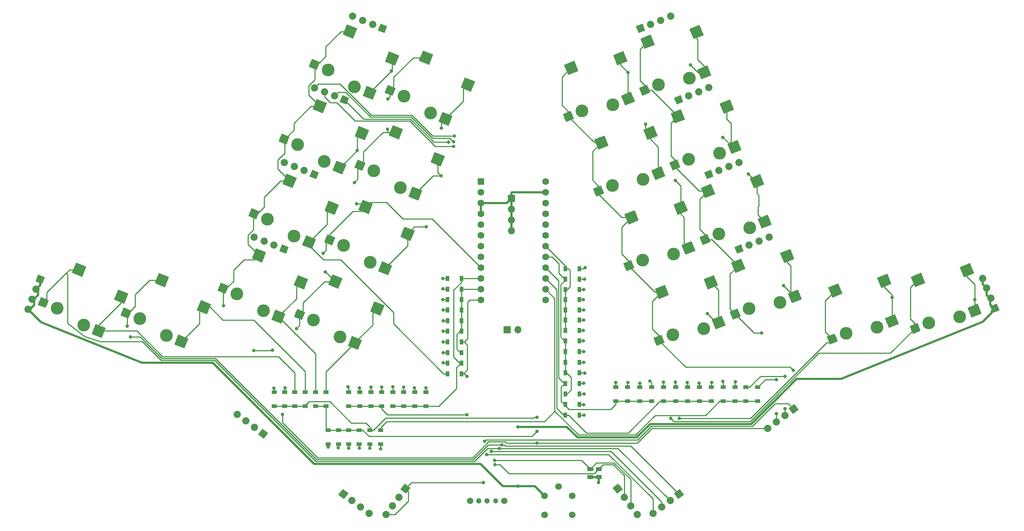
<source format=gbr>
G04 #@! TF.GenerationSoftware,KiCad,Pcbnew,(5.1.4)-1*
G04 #@! TF.CreationDate,2023-10-04T20:41:25-04:00*
G04 #@! TF.ProjectId,ThumbsUp,5468756d-6273-4557-902e-6b696361645f,rev?*
G04 #@! TF.SameCoordinates,Original*
G04 #@! TF.FileFunction,Copper,L2,Bot*
G04 #@! TF.FilePolarity,Positive*
%FSLAX46Y46*%
G04 Gerber Fmt 4.6, Leading zero omitted, Abs format (unit mm)*
G04 Created by KiCad (PCBNEW (5.1.4)-1) date 2023-10-04 20:41:25*
%MOMM*%
%LPD*%
G04 APERTURE LIST*
%ADD10R,0.900000X1.200000*%
%ADD11R,1.200000X0.900000*%
%ADD12C,0.100000*%
%ADD13C,0.975000*%
%ADD14C,1.700000*%
%ADD15C,1.700000*%
%ADD16C,1.300000*%
%ADD17C,1.200000*%
%ADD18C,1.500000*%
%ADD19R,1.700000X1.700000*%
%ADD20O,1.700000X1.700000*%
%ADD21C,1.575000*%
%ADD22C,2.600000*%
%ADD23C,3.000000*%
%ADD24C,2.500000*%
%ADD25C,2.000000*%
%ADD26R,1.600000X1.600000*%
%ADD27C,1.600000*%
%ADD28C,0.800000*%
%ADD29C,0.508000*%
%ADD30C,0.254000*%
G04 APERTURE END LIST*
D10*
X-306900000Y-274750000D03*
X-310200000Y-274750000D03*
D11*
X-356050000Y-298950000D03*
X-356050000Y-302250000D03*
X-358650000Y-298950000D03*
X-358650000Y-302250000D03*
D10*
X-338023500Y-272157400D03*
X-334723500Y-272157400D03*
D11*
X-275876930Y-297800000D03*
X-275876930Y-301100000D03*
X-366595455Y-298950000D03*
X-366595455Y-302250000D03*
D10*
X-306900000Y-291900000D03*
X-310200000Y-291900000D03*
D11*
X-363677267Y-311200000D03*
X-363677267Y-307900000D03*
D10*
X-306900000Y-304350000D03*
X-310200000Y-304350000D03*
D11*
X-298350000Y-297800000D03*
X-298350000Y-301100000D03*
X-281434620Y-297800000D03*
X-281434620Y-301100000D03*
X-371486363Y-298950000D03*
X-371486363Y-302250000D03*
D10*
X-338023500Y-294597400D03*
X-334723500Y-294597400D03*
D11*
X-270238470Y-297800000D03*
X-270238470Y-301100000D03*
D10*
X-338023500Y-282104064D03*
X-334723500Y-282104064D03*
X-306900000Y-299400000D03*
X-310200000Y-299400000D03*
D11*
X-289892310Y-297800000D03*
X-289892310Y-301100000D03*
D10*
X-306900000Y-301862500D03*
X-310200000Y-301862500D03*
D11*
X-358786359Y-311200000D03*
X-358786359Y-307900000D03*
X-366122730Y-311200000D03*
X-366122730Y-307900000D03*
X-373931817Y-298950000D03*
X-373931817Y-302250000D03*
D10*
X-338023500Y-292107400D03*
X-334723500Y-292107400D03*
D11*
X-376377271Y-298950000D03*
X-376377271Y-302250000D03*
X-350900000Y-298950000D03*
X-350900000Y-302250000D03*
X-345700000Y-298950000D03*
X-345700000Y-302250000D03*
X-348300000Y-298950000D03*
X-348300000Y-302250000D03*
X-343100000Y-298950000D03*
X-343100000Y-302250000D03*
X-361250000Y-298950000D03*
X-361250000Y-302250000D03*
X-353450000Y-298950000D03*
X-353450000Y-302250000D03*
X-369040909Y-298950000D03*
X-369040909Y-302250000D03*
X-361231813Y-311200000D03*
X-361231813Y-307900000D03*
X-378822725Y-298950000D03*
X-378822725Y-302250000D03*
D10*
X-338023500Y-287107400D03*
X-334723500Y-287107400D03*
X-306900000Y-272300000D03*
X-310200000Y-272300000D03*
X-306900000Y-296900000D03*
X-310200000Y-296900000D03*
D11*
X-267719240Y-297800000D03*
X-267719240Y-301100000D03*
X-264900000Y-297800000D03*
X-264900000Y-301100000D03*
D10*
X-306900000Y-294400000D03*
X-310200000Y-294400000D03*
X-306900000Y-289400000D03*
X-310200000Y-289400000D03*
X-306900000Y-286850000D03*
X-310200000Y-286850000D03*
D11*
X-292711540Y-297800000D03*
X-292711540Y-301100000D03*
X-295530770Y-297800000D03*
X-295530770Y-301100000D03*
X-278615390Y-297800000D03*
X-278615390Y-301100000D03*
X-284253850Y-297800000D03*
X-284253850Y-301100000D03*
X-287073080Y-297800000D03*
X-287073080Y-301100000D03*
X-273057700Y-297800000D03*
X-273057700Y-301100000D03*
D10*
X-338023500Y-284602952D03*
X-334723500Y-284602952D03*
X-338023500Y-279605176D03*
X-334723500Y-279605176D03*
X-338023500Y-274657400D03*
X-334723500Y-274657400D03*
X-306900000Y-269850000D03*
X-310200000Y-269850000D03*
D11*
X-353750000Y-311200000D03*
X-353750000Y-307900000D03*
D10*
X-306900000Y-284400000D03*
X-310200000Y-284400000D03*
D11*
X-356250000Y-311200000D03*
X-356250000Y-307900000D03*
D10*
X-306900000Y-281950000D03*
X-310200000Y-281950000D03*
X-306900000Y-279550000D03*
X-310200000Y-279550000D03*
X-338023500Y-289607400D03*
X-334723500Y-289607400D03*
X-306900000Y-277150000D03*
X-310200000Y-277150000D03*
X-338023500Y-277106288D03*
X-334723500Y-277106288D03*
D12*
G36*
X-303869858Y-318501174D02*
G01*
X-303846197Y-318504684D01*
X-303822993Y-318510496D01*
X-303800471Y-318518554D01*
X-303778847Y-318528782D01*
X-303758330Y-318541079D01*
X-303739117Y-318555329D01*
X-303721393Y-318571393D01*
X-303705329Y-318589117D01*
X-303691079Y-318608330D01*
X-303678782Y-318628847D01*
X-303668554Y-318650471D01*
X-303660496Y-318672993D01*
X-303654684Y-318696197D01*
X-303651174Y-318719858D01*
X-303650000Y-318743750D01*
X-303650000Y-319231250D01*
X-303651174Y-319255142D01*
X-303654684Y-319278803D01*
X-303660496Y-319302007D01*
X-303668554Y-319324529D01*
X-303678782Y-319346153D01*
X-303691079Y-319366670D01*
X-303705329Y-319385883D01*
X-303721393Y-319403607D01*
X-303739117Y-319419671D01*
X-303758330Y-319433921D01*
X-303778847Y-319446218D01*
X-303800471Y-319456446D01*
X-303822993Y-319464504D01*
X-303846197Y-319470316D01*
X-303869858Y-319473826D01*
X-303893750Y-319475000D01*
X-304806250Y-319475000D01*
X-304830142Y-319473826D01*
X-304853803Y-319470316D01*
X-304877007Y-319464504D01*
X-304899529Y-319456446D01*
X-304921153Y-319446218D01*
X-304941670Y-319433921D01*
X-304960883Y-319419671D01*
X-304978607Y-319403607D01*
X-304994671Y-319385883D01*
X-305008921Y-319366670D01*
X-305021218Y-319346153D01*
X-305031446Y-319324529D01*
X-305039504Y-319302007D01*
X-305045316Y-319278803D01*
X-305048826Y-319255142D01*
X-305050000Y-319231250D01*
X-305050000Y-318743750D01*
X-305048826Y-318719858D01*
X-305045316Y-318696197D01*
X-305039504Y-318672993D01*
X-305031446Y-318650471D01*
X-305021218Y-318628847D01*
X-305008921Y-318608330D01*
X-304994671Y-318589117D01*
X-304978607Y-318571393D01*
X-304960883Y-318555329D01*
X-304941670Y-318541079D01*
X-304921153Y-318528782D01*
X-304899529Y-318518554D01*
X-304877007Y-318510496D01*
X-304853803Y-318504684D01*
X-304830142Y-318501174D01*
X-304806250Y-318500000D01*
X-303893750Y-318500000D01*
X-303869858Y-318501174D01*
X-303869858Y-318501174D01*
G37*
D13*
X-304350000Y-318987500D03*
D12*
G36*
X-303869858Y-316626174D02*
G01*
X-303846197Y-316629684D01*
X-303822993Y-316635496D01*
X-303800471Y-316643554D01*
X-303778847Y-316653782D01*
X-303758330Y-316666079D01*
X-303739117Y-316680329D01*
X-303721393Y-316696393D01*
X-303705329Y-316714117D01*
X-303691079Y-316733330D01*
X-303678782Y-316753847D01*
X-303668554Y-316775471D01*
X-303660496Y-316797993D01*
X-303654684Y-316821197D01*
X-303651174Y-316844858D01*
X-303650000Y-316868750D01*
X-303650000Y-317356250D01*
X-303651174Y-317380142D01*
X-303654684Y-317403803D01*
X-303660496Y-317427007D01*
X-303668554Y-317449529D01*
X-303678782Y-317471153D01*
X-303691079Y-317491670D01*
X-303705329Y-317510883D01*
X-303721393Y-317528607D01*
X-303739117Y-317544671D01*
X-303758330Y-317558921D01*
X-303778847Y-317571218D01*
X-303800471Y-317581446D01*
X-303822993Y-317589504D01*
X-303846197Y-317595316D01*
X-303869858Y-317598826D01*
X-303893750Y-317600000D01*
X-304806250Y-317600000D01*
X-304830142Y-317598826D01*
X-304853803Y-317595316D01*
X-304877007Y-317589504D01*
X-304899529Y-317581446D01*
X-304921153Y-317571218D01*
X-304941670Y-317558921D01*
X-304960883Y-317544671D01*
X-304978607Y-317528607D01*
X-304994671Y-317510883D01*
X-305008921Y-317491670D01*
X-305021218Y-317471153D01*
X-305031446Y-317449529D01*
X-305039504Y-317427007D01*
X-305045316Y-317403803D01*
X-305048826Y-317380142D01*
X-305050000Y-317356250D01*
X-305050000Y-316868750D01*
X-305048826Y-316844858D01*
X-305045316Y-316821197D01*
X-305039504Y-316797993D01*
X-305031446Y-316775471D01*
X-305021218Y-316753847D01*
X-305008921Y-316733330D01*
X-304994671Y-316714117D01*
X-304978607Y-316696393D01*
X-304960883Y-316680329D01*
X-304941670Y-316666079D01*
X-304921153Y-316653782D01*
X-304899529Y-316643554D01*
X-304877007Y-316635496D01*
X-304853803Y-316629684D01*
X-304830142Y-316626174D01*
X-304806250Y-316625000D01*
X-303893750Y-316625000D01*
X-303869858Y-316626174D01*
X-303869858Y-316626174D01*
G37*
D13*
X-304350000Y-317112500D03*
D12*
G36*
X-301869858Y-316613674D02*
G01*
X-301846197Y-316617184D01*
X-301822993Y-316622996D01*
X-301800471Y-316631054D01*
X-301778847Y-316641282D01*
X-301758330Y-316653579D01*
X-301739117Y-316667829D01*
X-301721393Y-316683893D01*
X-301705329Y-316701617D01*
X-301691079Y-316720830D01*
X-301678782Y-316741347D01*
X-301668554Y-316762971D01*
X-301660496Y-316785493D01*
X-301654684Y-316808697D01*
X-301651174Y-316832358D01*
X-301650000Y-316856250D01*
X-301650000Y-317343750D01*
X-301651174Y-317367642D01*
X-301654684Y-317391303D01*
X-301660496Y-317414507D01*
X-301668554Y-317437029D01*
X-301678782Y-317458653D01*
X-301691079Y-317479170D01*
X-301705329Y-317498383D01*
X-301721393Y-317516107D01*
X-301739117Y-317532171D01*
X-301758330Y-317546421D01*
X-301778847Y-317558718D01*
X-301800471Y-317568946D01*
X-301822993Y-317577004D01*
X-301846197Y-317582816D01*
X-301869858Y-317586326D01*
X-301893750Y-317587500D01*
X-302806250Y-317587500D01*
X-302830142Y-317586326D01*
X-302853803Y-317582816D01*
X-302877007Y-317577004D01*
X-302899529Y-317568946D01*
X-302921153Y-317558718D01*
X-302941670Y-317546421D01*
X-302960883Y-317532171D01*
X-302978607Y-317516107D01*
X-302994671Y-317498383D01*
X-303008921Y-317479170D01*
X-303021218Y-317458653D01*
X-303031446Y-317437029D01*
X-303039504Y-317414507D01*
X-303045316Y-317391303D01*
X-303048826Y-317367642D01*
X-303050000Y-317343750D01*
X-303050000Y-316856250D01*
X-303048826Y-316832358D01*
X-303045316Y-316808697D01*
X-303039504Y-316785493D01*
X-303031446Y-316762971D01*
X-303021218Y-316741347D01*
X-303008921Y-316720830D01*
X-302994671Y-316701617D01*
X-302978607Y-316683893D01*
X-302960883Y-316667829D01*
X-302941670Y-316653579D01*
X-302921153Y-316641282D01*
X-302899529Y-316631054D01*
X-302877007Y-316622996D01*
X-302853803Y-316617184D01*
X-302830142Y-316613674D01*
X-302806250Y-316612500D01*
X-301893750Y-316612500D01*
X-301869858Y-316613674D01*
X-301869858Y-316613674D01*
G37*
D13*
X-302350000Y-317100000D03*
D12*
G36*
X-301869858Y-318488674D02*
G01*
X-301846197Y-318492184D01*
X-301822993Y-318497996D01*
X-301800471Y-318506054D01*
X-301778847Y-318516282D01*
X-301758330Y-318528579D01*
X-301739117Y-318542829D01*
X-301721393Y-318558893D01*
X-301705329Y-318576617D01*
X-301691079Y-318595830D01*
X-301678782Y-318616347D01*
X-301668554Y-318637971D01*
X-301660496Y-318660493D01*
X-301654684Y-318683697D01*
X-301651174Y-318707358D01*
X-301650000Y-318731250D01*
X-301650000Y-319218750D01*
X-301651174Y-319242642D01*
X-301654684Y-319266303D01*
X-301660496Y-319289507D01*
X-301668554Y-319312029D01*
X-301678782Y-319333653D01*
X-301691079Y-319354170D01*
X-301705329Y-319373383D01*
X-301721393Y-319391107D01*
X-301739117Y-319407171D01*
X-301758330Y-319421421D01*
X-301778847Y-319433718D01*
X-301800471Y-319443946D01*
X-301822993Y-319452004D01*
X-301846197Y-319457816D01*
X-301869858Y-319461326D01*
X-301893750Y-319462500D01*
X-302806250Y-319462500D01*
X-302830142Y-319461326D01*
X-302853803Y-319457816D01*
X-302877007Y-319452004D01*
X-302899529Y-319443946D01*
X-302921153Y-319433718D01*
X-302941670Y-319421421D01*
X-302960883Y-319407171D01*
X-302978607Y-319391107D01*
X-302994671Y-319373383D01*
X-303008921Y-319354170D01*
X-303021218Y-319333653D01*
X-303031446Y-319312029D01*
X-303039504Y-319289507D01*
X-303045316Y-319266303D01*
X-303048826Y-319242642D01*
X-303050000Y-319218750D01*
X-303050000Y-318731250D01*
X-303048826Y-318707358D01*
X-303045316Y-318683697D01*
X-303039504Y-318660493D01*
X-303031446Y-318637971D01*
X-303021218Y-318616347D01*
X-303008921Y-318595830D01*
X-302994671Y-318576617D01*
X-302978607Y-318558893D01*
X-302960883Y-318542829D01*
X-302941670Y-318528579D01*
X-302921153Y-318516282D01*
X-302899529Y-318506054D01*
X-302877007Y-318497996D01*
X-302853803Y-318492184D01*
X-302830142Y-318488674D01*
X-302806250Y-318487500D01*
X-301893750Y-318487500D01*
X-301869858Y-318488674D01*
X-301869858Y-318488674D01*
G37*
D13*
X-302350000Y-318975000D03*
D14*
X-283529178Y-229969301D03*
D12*
G36*
X-284635700Y-229499610D02*
G01*
X-283059487Y-228862779D01*
X-282422656Y-230438992D01*
X-283998869Y-231075823D01*
X-284635700Y-229499610D01*
X-284635700Y-229499610D01*
G37*
D14*
X-281174131Y-229017800D03*
D15*
X-281174131Y-229017800D02*
X-281174131Y-229017800D01*
D14*
X-278819084Y-228066300D03*
D15*
X-278819084Y-228066300D02*
X-278819084Y-228066300D01*
D14*
X-276464037Y-227114799D03*
D15*
X-276464037Y-227114799D02*
X-276464037Y-227114799D01*
D16*
X-330650000Y-324600000D03*
X-328650000Y-324600000D03*
D17*
X-326650000Y-324600000D03*
D18*
X-332650000Y-324600000D03*
X-324650000Y-324600000D03*
D14*
X-276411653Y-247585794D03*
D12*
G36*
X-277518175Y-247116103D02*
G01*
X-275941962Y-246479272D01*
X-275305131Y-248055485D01*
X-276881344Y-248692316D01*
X-277518175Y-247116103D01*
X-277518175Y-247116103D01*
G37*
D14*
X-274056606Y-246634293D03*
D15*
X-274056606Y-246634293D02*
X-274056606Y-246634293D01*
D14*
X-271701559Y-245682793D03*
D15*
X-271701559Y-245682793D02*
X-271701559Y-245682793D01*
D14*
X-269346512Y-244731292D03*
D15*
X-269346512Y-244731292D02*
X-269346512Y-244731292D01*
D14*
X-209061547Y-279154728D03*
D12*
G36*
X-209531238Y-280261250D02*
G01*
X-210168069Y-278685037D01*
X-208591856Y-278048206D01*
X-207955025Y-279624419D01*
X-209531238Y-280261250D01*
X-209531238Y-280261250D01*
G37*
D14*
X-210013048Y-276799681D03*
D15*
X-210013048Y-276799681D02*
X-210013048Y-276799681D01*
D14*
X-210964548Y-274444634D03*
D15*
X-210964548Y-274444634D02*
X-210964548Y-274444634D01*
D14*
X-211916049Y-272089587D03*
D15*
X-211916049Y-272089587D02*
X-211916049Y-272089587D01*
D14*
X-376493008Y-265203712D03*
D12*
G36*
X-376023317Y-266310234D02*
G01*
X-377599530Y-265673403D01*
X-376962699Y-264097190D01*
X-375386486Y-264734021D01*
X-376023317Y-266310234D01*
X-376023317Y-266310234D01*
G37*
D14*
X-378848055Y-264252211D03*
D15*
X-378848055Y-264252211D02*
X-378848055Y-264252211D01*
D14*
X-381203102Y-263300711D03*
D15*
X-381203102Y-263300711D02*
X-381203102Y-263300711D01*
D14*
X-383558149Y-262349210D03*
D15*
X-383558149Y-262349210D02*
X-383558149Y-262349210D01*
D19*
X-323900000Y-284250000D03*
D20*
X-321360000Y-284250000D03*
D14*
X-369375482Y-247587219D03*
D12*
G36*
X-368905791Y-248693741D02*
G01*
X-370482004Y-248056910D01*
X-369845173Y-246480697D01*
X-368268960Y-247117528D01*
X-368905791Y-248693741D01*
X-368905791Y-248693741D01*
G37*
D14*
X-371730529Y-246635718D03*
D15*
X-371730529Y-246635718D02*
X-371730529Y-246635718D01*
D14*
X-374085576Y-245684218D03*
D15*
X-374085576Y-245684218D02*
X-374085576Y-245684218D01*
D14*
X-376440623Y-244732717D03*
D15*
X-376440623Y-244732717D02*
X-376440623Y-244732717D01*
D19*
X-322900000Y-253250000D03*
D20*
X-322900000Y-255790000D03*
X-322900000Y-258330000D03*
X-322900000Y-260870000D03*
D14*
X-353286064Y-213103446D03*
D12*
G36*
X-352816373Y-214209968D02*
G01*
X-354392586Y-213573137D01*
X-353755755Y-211996924D01*
X-352179542Y-212633755D01*
X-352816373Y-214209968D01*
X-352816373Y-214209968D01*
G37*
D14*
X-355641111Y-212151945D03*
D15*
X-355641111Y-212151945D02*
X-355641111Y-212151945D01*
D14*
X-357996158Y-211200445D03*
D15*
X-357996158Y-211200445D02*
X-357996158Y-211200445D01*
D14*
X-360351205Y-210248944D03*
D15*
X-360351205Y-210248944D02*
X-360351205Y-210248944D01*
D21*
X-315100000Y-327950000D03*
X-315100000Y-323450000D03*
X-308600000Y-327950000D03*
X-308600000Y-323450000D03*
X-311850000Y-321200000D03*
D14*
X-362257957Y-229970726D03*
D12*
G36*
X-361788266Y-231077248D02*
G01*
X-363364479Y-230440417D01*
X-362727648Y-228864204D01*
X-361151435Y-229501035D01*
X-361788266Y-231077248D01*
X-361788266Y-231077248D01*
G37*
D14*
X-364613004Y-229019225D03*
D15*
X-364613004Y-229019225D02*
X-364613004Y-229019225D01*
D14*
X-366968051Y-228067725D03*
D15*
X-366968051Y-228067725D02*
X-366968051Y-228067725D01*
D14*
X-369323098Y-227116224D03*
D15*
X-369323098Y-227116224D02*
X-369323098Y-227116224D01*
D22*
X-375176383Y-249088968D03*
D12*
G36*
X-376868711Y-249807318D02*
G01*
X-375894733Y-247396640D01*
X-373484055Y-248370618D01*
X-374458033Y-250781296D01*
X-376868711Y-249807318D01*
X-376868711Y-249807318D01*
G37*
D22*
X-365291544Y-255455479D03*
D12*
G36*
X-366983872Y-256173829D02*
G01*
X-366009894Y-253763151D01*
X-363599216Y-254737129D01*
X-364573194Y-257147807D01*
X-366983872Y-256173829D01*
X-366983872Y-256173829D01*
G37*
D23*
X-374112075Y-262137833D03*
D24*
X-370588776Y-263561338D03*
D12*
G36*
X-372239194Y-264242694D02*
G01*
X-371302677Y-261924735D01*
X-368938358Y-262879982D01*
X-369874875Y-265197941D01*
X-372239194Y-264242694D01*
X-372239194Y-264242694D01*
G37*
D25*
X-383619942Y-256840384D03*
D12*
G36*
X-384921732Y-257392961D02*
G01*
X-384172519Y-255538594D01*
X-382318152Y-256287807D01*
X-383067365Y-258142174D01*
X-384921732Y-257392961D01*
X-384921732Y-257392961D01*
G37*
D23*
X-380374798Y-258151507D03*
D22*
X-301720278Y-240069246D03*
D12*
G36*
X-302438628Y-241761574D02*
G01*
X-303412606Y-239350896D01*
X-301001928Y-238376918D01*
X-300027950Y-240787596D01*
X-302438628Y-241761574D01*
X-302438628Y-241761574D01*
G37*
D22*
X-290187170Y-237782344D03*
D12*
G36*
X-290905520Y-239474672D02*
G01*
X-291879498Y-237063994D01*
X-289468820Y-236090016D01*
X-288494842Y-238500694D01*
X-290905520Y-239474672D01*
X-290905520Y-239474672D01*
G37*
D23*
X-291890176Y-248716483D03*
D24*
X-288366877Y-247292978D03*
D12*
G36*
X-289080778Y-248929581D02*
G01*
X-290017295Y-246611622D01*
X-287652976Y-245656375D01*
X-286716459Y-247974334D01*
X-289080778Y-248929581D01*
X-289080778Y-248929581D01*
G37*
D25*
X-302409481Y-251510536D03*
D12*
G36*
X-302962058Y-252812326D02*
G01*
X-303711271Y-250957959D01*
X-301856904Y-250208746D01*
X-301107691Y-252063113D01*
X-302962058Y-252812326D01*
X-302962058Y-252812326D01*
G37*
D23*
X-299164337Y-250199413D03*
D22*
X-364404800Y-272854595D03*
D12*
G36*
X-366097128Y-273572945D02*
G01*
X-365123150Y-271162267D01*
X-362712472Y-272136245D01*
X-363686450Y-274546923D01*
X-366097128Y-273572945D01*
X-366097128Y-273572945D01*
G37*
D22*
X-354519961Y-279221106D03*
D12*
G36*
X-356212289Y-279939456D02*
G01*
X-355238311Y-277528778D01*
X-352827633Y-278502756D01*
X-353801611Y-280913434D01*
X-356212289Y-279939456D01*
X-356212289Y-279939456D01*
G37*
D23*
X-363340492Y-285903460D03*
D24*
X-359817193Y-287326965D03*
D12*
G36*
X-361467611Y-288008321D02*
G01*
X-360531094Y-285690362D01*
X-358166775Y-286645609D01*
X-359103292Y-288963568D01*
X-361467611Y-288008321D01*
X-361467611Y-288008321D01*
G37*
D25*
X-372848359Y-280606011D03*
D12*
G36*
X-374150149Y-281158588D02*
G01*
X-373400936Y-279304221D01*
X-371546569Y-280053434D01*
X-372295782Y-281907801D01*
X-374150149Y-281158588D01*
X-374150149Y-281158588D01*
G37*
D23*
X-369603215Y-281917134D03*
D22*
X-246633142Y-274974940D03*
D12*
G36*
X-247351492Y-276667268D02*
G01*
X-248325470Y-274256590D01*
X-245914792Y-273282612D01*
X-244940814Y-275693290D01*
X-247351492Y-276667268D01*
X-247351492Y-276667268D01*
G37*
D22*
X-235100034Y-272688038D03*
D12*
G36*
X-235818384Y-274380366D02*
G01*
X-236792362Y-271969688D01*
X-234381684Y-270995710D01*
X-233407706Y-273406388D01*
X-235818384Y-274380366D01*
X-235818384Y-274380366D01*
G37*
D23*
X-236803040Y-283622177D03*
D24*
X-233279741Y-282198672D03*
D12*
G36*
X-233993642Y-283835275D02*
G01*
X-234930159Y-281517316D01*
X-232565840Y-280562069D01*
X-231629323Y-282880028D01*
X-233993642Y-283835275D01*
X-233993642Y-283835275D01*
G37*
D25*
X-247322345Y-286416230D03*
D12*
G36*
X-247874922Y-287718020D02*
G01*
X-248624135Y-285863653D01*
X-246769768Y-285114440D01*
X-246020555Y-286968807D01*
X-247874922Y-287718020D01*
X-247874922Y-287718020D01*
G37*
D23*
X-244077201Y-285105107D03*
D22*
X-276611653Y-251495398D03*
D12*
G36*
X-277330003Y-253187726D02*
G01*
X-278303981Y-250777048D01*
X-275893303Y-249803070D01*
X-274919325Y-252213748D01*
X-277330003Y-253187726D01*
X-277330003Y-253187726D01*
G37*
D22*
X-265078545Y-249208496D03*
D12*
G36*
X-265796895Y-250900824D02*
G01*
X-266770873Y-248490146D01*
X-264360195Y-247516168D01*
X-263386217Y-249926846D01*
X-265796895Y-250900824D01*
X-265796895Y-250900824D01*
G37*
D23*
X-266781551Y-260142635D03*
D24*
X-263258252Y-258719130D03*
D12*
G36*
X-263972153Y-260355733D02*
G01*
X-264908670Y-258037774D01*
X-262544351Y-257082527D01*
X-261607834Y-259400486D01*
X-263972153Y-260355733D01*
X-263972153Y-260355733D01*
G37*
D25*
X-277300856Y-262936688D03*
D12*
G36*
X-277853433Y-264238478D02*
G01*
X-278602646Y-262384111D01*
X-276748279Y-261634898D01*
X-275999066Y-263489265D01*
X-277853433Y-264238478D01*
X-277853433Y-264238478D01*
G37*
D23*
X-274055712Y-261625565D03*
D14*
X-292501071Y-213102021D03*
D12*
G36*
X-293607593Y-212632330D02*
G01*
X-292031380Y-211995499D01*
X-291394549Y-213571712D01*
X-292970762Y-214208543D01*
X-293607593Y-212632330D01*
X-293607593Y-212632330D01*
G37*
D14*
X-290146024Y-212150520D03*
D15*
X-290146024Y-212150520D02*
X-290146024Y-212150520D01*
D14*
X-287790977Y-211199020D03*
D15*
X-287790977Y-211199020D02*
X-287790977Y-211199020D01*
D14*
X-285435930Y-210247519D03*
D15*
X-285435930Y-210247519D02*
X-285435930Y-210247519D01*
D14*
X-269294128Y-265202287D03*
D12*
G36*
X-270400650Y-264732596D02*
G01*
X-268824437Y-264095765D01*
X-268187606Y-265671978D01*
X-269763819Y-266308809D01*
X-270400650Y-264732596D01*
X-270400650Y-264732596D01*
G37*
D14*
X-266939081Y-264250786D03*
D15*
X-266939081Y-264250786D02*
X-266939081Y-264250786D01*
D14*
X-264584034Y-263299286D03*
D15*
X-264584034Y-263299286D02*
X-264584034Y-263299286D01*
D14*
X-262228987Y-262347785D03*
D15*
X-262228987Y-262347785D02*
X-262228987Y-262347785D01*
D26*
X-330140000Y-249250000D03*
D27*
X-330140000Y-251790000D03*
X-330140000Y-254330000D03*
X-330140000Y-256870000D03*
X-330140000Y-259410000D03*
X-330140000Y-261950000D03*
X-330140000Y-264490000D03*
X-330140000Y-267030000D03*
X-330140000Y-269570000D03*
X-330140000Y-272110000D03*
X-330140000Y-274650000D03*
X-330140000Y-277190000D03*
X-314900000Y-277190000D03*
X-314900000Y-274650000D03*
X-314900000Y-272110000D03*
X-314900000Y-269570000D03*
X-314900000Y-267030000D03*
X-314900000Y-264490000D03*
X-314900000Y-261950000D03*
X-314900000Y-259410000D03*
X-314900000Y-256870000D03*
X-314900000Y-254330000D03*
X-314900000Y-251790000D03*
X-314900000Y-249250000D03*
D22*
X-227143616Y-272493334D03*
D12*
G36*
X-227861966Y-274185662D02*
G01*
X-228835944Y-271774984D01*
X-226425266Y-270801006D01*
X-225451288Y-273211684D01*
X-227861966Y-274185662D01*
X-227861966Y-274185662D01*
G37*
D22*
X-215610508Y-270206432D03*
D12*
G36*
X-216328858Y-271898760D02*
G01*
X-217302836Y-269488082D01*
X-214892158Y-268514104D01*
X-213918180Y-270924782D01*
X-216328858Y-271898760D01*
X-216328858Y-271898760D01*
G37*
D23*
X-217313514Y-281140571D03*
D24*
X-213790215Y-279717066D03*
D12*
G36*
X-214504116Y-281353669D02*
G01*
X-215440633Y-279035710D01*
X-213076314Y-278080463D01*
X-212139797Y-280398422D01*
X-214504116Y-281353669D01*
X-214504116Y-281353669D01*
G37*
D25*
X-227832819Y-283934624D03*
D12*
G36*
X-228385396Y-285236414D02*
G01*
X-229134609Y-283382047D01*
X-227280242Y-282632834D01*
X-226531029Y-284487201D01*
X-228385396Y-285236414D01*
X-228385396Y-285236414D01*
G37*
D23*
X-224587675Y-282623501D03*
D22*
X-269494127Y-269111891D03*
D12*
G36*
X-270212477Y-270804219D02*
G01*
X-271186455Y-268393541D01*
X-268775777Y-267419563D01*
X-267801799Y-269830241D01*
X-270212477Y-270804219D01*
X-270212477Y-270804219D01*
G37*
D22*
X-257961019Y-266824989D03*
D12*
G36*
X-258679369Y-268517317D02*
G01*
X-259653347Y-266106639D01*
X-257242669Y-265132661D01*
X-256268691Y-267543339D01*
X-258679369Y-268517317D01*
X-258679369Y-268517317D01*
G37*
D23*
X-259664025Y-277759128D03*
D24*
X-256140726Y-276335623D03*
D12*
G36*
X-256854627Y-277972226D02*
G01*
X-257791144Y-275654267D01*
X-255426825Y-274699020D01*
X-254490308Y-277016979D01*
X-256854627Y-277972226D01*
X-256854627Y-277972226D01*
G37*
D25*
X-270183330Y-280553181D03*
D12*
G36*
X-270735907Y-281854971D02*
G01*
X-271485120Y-280000604D01*
X-269630753Y-279251391D01*
X-268881540Y-281105758D01*
X-270735907Y-281854971D01*
X-270735907Y-281854971D01*
G37*
D23*
X-266938186Y-279242058D03*
D22*
X-350169750Y-237621609D03*
D12*
G36*
X-351862078Y-238339959D02*
G01*
X-350888100Y-235929281D01*
X-348477422Y-236903259D01*
X-349451400Y-239313937D01*
X-351862078Y-238339959D01*
X-351862078Y-238339959D01*
G37*
D22*
X-340284911Y-243988120D03*
D12*
G36*
X-341977239Y-244706470D02*
G01*
X-341003261Y-242295792D01*
X-338592583Y-243269770D01*
X-339566561Y-245680448D01*
X-341977239Y-244706470D01*
X-341977239Y-244706470D01*
G37*
D23*
X-349105442Y-250670474D03*
D24*
X-345582143Y-252093979D03*
D12*
G36*
X-347232561Y-252775335D02*
G01*
X-346296044Y-250457376D01*
X-343931725Y-251412623D01*
X-344868242Y-253730582D01*
X-347232561Y-252775335D01*
X-347232561Y-252775335D01*
G37*
D25*
X-358613309Y-245373025D03*
D12*
G36*
X-359915099Y-245925602D02*
G01*
X-359165886Y-244071235D01*
X-357311519Y-244820448D01*
X-358060732Y-246674815D01*
X-359915099Y-245925602D01*
X-359915099Y-245925602D01*
G37*
D23*
X-355368165Y-246684148D03*
D22*
X-405256885Y-272527302D03*
D12*
G36*
X-406949213Y-273245652D02*
G01*
X-405975235Y-270834974D01*
X-403564557Y-271808952D01*
X-404538535Y-274219630D01*
X-406949213Y-273245652D01*
X-406949213Y-273245652D01*
G37*
D22*
X-395372046Y-278893813D03*
D12*
G36*
X-397064374Y-279612163D02*
G01*
X-396090396Y-277201485D01*
X-393679718Y-278175463D01*
X-394653696Y-280586141D01*
X-397064374Y-279612163D01*
X-397064374Y-279612163D01*
G37*
D23*
X-404192577Y-285576167D03*
D24*
X-400669278Y-286999672D03*
D12*
G36*
X-402319696Y-287681028D02*
G01*
X-401383179Y-285363069D01*
X-399018860Y-286318316D01*
X-399955377Y-288636275D01*
X-402319696Y-287681028D01*
X-402319696Y-287681028D01*
G37*
D25*
X-413700444Y-280278718D03*
D12*
G36*
X-415002234Y-280831295D02*
G01*
X-414253021Y-278976928D01*
X-412398654Y-279726141D01*
X-413147867Y-281580508D01*
X-415002234Y-280831295D01*
X-415002234Y-280831295D01*
G37*
D23*
X-410455300Y-281589841D03*
D22*
X-368058858Y-231472474D03*
D12*
G36*
X-369751186Y-232190824D02*
G01*
X-368777208Y-229780146D01*
X-366366530Y-230754124D01*
X-367340508Y-233164802D01*
X-369751186Y-232190824D01*
X-369751186Y-232190824D01*
G37*
D22*
X-358174019Y-237838985D03*
D12*
G36*
X-359866347Y-238557335D02*
G01*
X-358892369Y-236146657D01*
X-356481691Y-237120635D01*
X-357455669Y-239531313D01*
X-359866347Y-238557335D01*
X-359866347Y-238557335D01*
G37*
D23*
X-366994550Y-244521339D03*
D24*
X-363471251Y-245944844D03*
D12*
G36*
X-365121669Y-246626200D02*
G01*
X-364185152Y-244308241D01*
X-361820833Y-245263488D01*
X-362757350Y-247581447D01*
X-365121669Y-246626200D01*
X-365121669Y-246626200D01*
G37*
D25*
X-376502417Y-239223890D03*
D12*
G36*
X-377804207Y-239776467D02*
G01*
X-377054994Y-237922100D01*
X-375200627Y-238671313D01*
X-375949840Y-240525680D01*
X-377804207Y-239776467D01*
X-377804207Y-239776467D01*
G37*
D23*
X-373257273Y-240535013D03*
D22*
X-294602753Y-257685739D03*
D12*
G36*
X-295321103Y-259378067D02*
G01*
X-296295081Y-256967389D01*
X-293884403Y-255993411D01*
X-292910425Y-258404089D01*
X-295321103Y-259378067D01*
X-295321103Y-259378067D01*
G37*
D22*
X-283069645Y-255398837D03*
D12*
G36*
X-283787995Y-257091165D02*
G01*
X-284761973Y-254680487D01*
X-282351295Y-253706509D01*
X-281377317Y-256117187D01*
X-283787995Y-257091165D01*
X-283787995Y-257091165D01*
G37*
D23*
X-284772651Y-266332976D03*
D24*
X-281249352Y-264909471D03*
D12*
G36*
X-281963253Y-266546074D02*
G01*
X-282899770Y-264228115D01*
X-280535451Y-263272868D01*
X-279598934Y-265590827D01*
X-281963253Y-266546074D01*
X-281963253Y-266546074D01*
G37*
D25*
X-295291956Y-269127029D03*
D12*
G36*
X-295844533Y-270428819D02*
G01*
X-296593746Y-268574452D01*
X-294739379Y-267825239D01*
X-293990166Y-269679606D01*
X-295844533Y-270428819D01*
X-295844533Y-270428819D01*
G37*
D23*
X-292046812Y-267815906D03*
D22*
X-357287275Y-255238102D03*
D12*
G36*
X-358979603Y-255956452D02*
G01*
X-358005625Y-253545774D01*
X-355594947Y-254519752D01*
X-356568925Y-256930430D01*
X-358979603Y-255956452D01*
X-358979603Y-255956452D01*
G37*
D22*
X-347402436Y-261604613D03*
D12*
G36*
X-349094764Y-262322963D02*
G01*
X-348120786Y-259912285D01*
X-345710108Y-260886263D01*
X-346684086Y-263296941D01*
X-349094764Y-262322963D01*
X-349094764Y-262322963D01*
G37*
D23*
X-356222967Y-268286967D03*
D24*
X-352699668Y-269710472D03*
D12*
G36*
X-354350086Y-270391828D02*
G01*
X-353413569Y-268073869D01*
X-351049250Y-269029116D01*
X-351985767Y-271347075D01*
X-354350086Y-270391828D01*
X-354350086Y-270391828D01*
G37*
D25*
X-365730834Y-262989518D03*
D12*
G36*
X-367032624Y-263542095D02*
G01*
X-366283411Y-261687728D01*
X-364429044Y-262436941D01*
X-365178257Y-264291308D01*
X-367032624Y-263542095D01*
X-367032624Y-263542095D01*
G37*
D23*
X-362485690Y-264300641D03*
D22*
X-287485227Y-275302233D03*
D12*
G36*
X-288203577Y-276994561D02*
G01*
X-289177555Y-274583883D01*
X-286766877Y-273609905D01*
X-285792899Y-276020583D01*
X-288203577Y-276994561D01*
X-288203577Y-276994561D01*
G37*
D22*
X-275952119Y-273015331D03*
D12*
G36*
X-276670469Y-274707659D02*
G01*
X-277644447Y-272296981D01*
X-275233769Y-271323003D01*
X-274259791Y-273733681D01*
X-276670469Y-274707659D01*
X-276670469Y-274707659D01*
G37*
D23*
X-277655125Y-283949470D03*
D24*
X-274131826Y-282525965D03*
D12*
G36*
X-274845727Y-284162568D02*
G01*
X-275782244Y-281844609D01*
X-273417925Y-280889362D01*
X-272481408Y-283207321D01*
X-274845727Y-284162568D01*
X-274845727Y-284162568D01*
G37*
D25*
X-288174430Y-286743523D03*
D12*
G36*
X-288727007Y-288045313D02*
G01*
X-289476220Y-286190946D01*
X-287621853Y-285441733D01*
X-286872640Y-287296100D01*
X-288727007Y-288045313D01*
X-288727007Y-288045313D01*
G37*
D23*
X-284929286Y-285432400D03*
D22*
X-382395900Y-266664254D03*
D12*
G36*
X-384088228Y-267382604D02*
G01*
X-383114250Y-264971926D01*
X-380703572Y-265945904D01*
X-381677550Y-268356582D01*
X-384088228Y-267382604D01*
X-384088228Y-267382604D01*
G37*
D22*
X-372511061Y-273030765D03*
D12*
G36*
X-374203389Y-273749115D02*
G01*
X-373229411Y-271338437D01*
X-370818733Y-272312415D01*
X-371792711Y-274723093D01*
X-374203389Y-273749115D01*
X-374203389Y-273749115D01*
G37*
D23*
X-381331592Y-279713119D03*
D24*
X-377808293Y-281136624D03*
D12*
G36*
X-379458711Y-281817980D02*
G01*
X-378522194Y-279500021D01*
X-376157875Y-280455268D01*
X-377094392Y-282773227D01*
X-379458711Y-281817980D01*
X-379458711Y-281817980D01*
G37*
D25*
X-390839459Y-274415670D03*
D12*
G36*
X-392141249Y-274968247D02*
G01*
X-391392036Y-273113880D01*
X-389537669Y-273863093D01*
X-390286882Y-275717460D01*
X-392141249Y-274968247D01*
X-392141249Y-274968247D01*
G37*
D23*
X-387594315Y-275726793D03*
D22*
X-283729178Y-233878905D03*
D12*
G36*
X-284447528Y-235571233D02*
G01*
X-285421506Y-233160555D01*
X-283010828Y-232186577D01*
X-282036850Y-234597255D01*
X-284447528Y-235571233D01*
X-284447528Y-235571233D01*
G37*
D22*
X-272196070Y-231592003D03*
D12*
G36*
X-272914420Y-233284331D02*
G01*
X-273888398Y-230873653D01*
X-271477720Y-229899675D01*
X-270503742Y-232310353D01*
X-272914420Y-233284331D01*
X-272914420Y-233284331D01*
G37*
D23*
X-273899076Y-242526142D03*
D24*
X-270375777Y-241102637D03*
D12*
G36*
X-271089678Y-242739240D02*
G01*
X-272026195Y-240421281D01*
X-269661876Y-239466034D01*
X-268725359Y-241783993D01*
X-271089678Y-242739240D01*
X-271089678Y-242739240D01*
G37*
D25*
X-284418381Y-245320195D03*
D12*
G36*
X-284970958Y-246621985D02*
G01*
X-285720171Y-244767618D01*
X-283865804Y-244018405D01*
X-283116591Y-245872772D01*
X-284970958Y-246621985D01*
X-284970958Y-246621985D01*
G37*
D23*
X-281173237Y-244009072D03*
D22*
X-424746412Y-270045696D03*
D12*
G36*
X-426438740Y-270764046D02*
G01*
X-425464762Y-268353368D01*
X-423054084Y-269327346D01*
X-424028062Y-271738024D01*
X-426438740Y-270764046D01*
X-426438740Y-270764046D01*
G37*
D22*
X-414861573Y-276412207D03*
D12*
G36*
X-416553901Y-277130557D02*
G01*
X-415579923Y-274719879D01*
X-413169245Y-275693857D01*
X-414143223Y-278104535D01*
X-416553901Y-277130557D01*
X-416553901Y-277130557D01*
G37*
D23*
X-423682104Y-283094561D03*
D24*
X-420158805Y-284518066D03*
D12*
G36*
X-421809223Y-285199422D02*
G01*
X-420872706Y-282881463D01*
X-418508387Y-283836710D01*
X-419444904Y-286154669D01*
X-421809223Y-285199422D01*
X-421809223Y-285199422D01*
G37*
D25*
X-433189971Y-277797112D03*
D12*
G36*
X-434491761Y-278349689D02*
G01*
X-433742548Y-276495322D01*
X-431888181Y-277244535D01*
X-432637394Y-279098902D01*
X-434491761Y-278349689D01*
X-434491761Y-278349689D01*
G37*
D23*
X-429944827Y-279108235D03*
D22*
X-360941333Y-213855981D03*
D12*
G36*
X-362633661Y-214574331D02*
G01*
X-361659683Y-212163653D01*
X-359249005Y-213137631D01*
X-360222983Y-215548309D01*
X-362633661Y-214574331D01*
X-362633661Y-214574331D01*
G37*
D22*
X-351056494Y-220222492D03*
D12*
G36*
X-352748822Y-220940842D02*
G01*
X-351774844Y-218530164D01*
X-349364166Y-219504142D01*
X-350338144Y-221914820D01*
X-352748822Y-220940842D01*
X-352748822Y-220940842D01*
G37*
D23*
X-359877025Y-226904846D03*
D24*
X-356353726Y-228328351D03*
D12*
G36*
X-358004144Y-229009707D02*
G01*
X-357067627Y-226691748D01*
X-354703308Y-227646995D01*
X-355639825Y-229964954D01*
X-358004144Y-229009707D01*
X-358004144Y-229009707D01*
G37*
D25*
X-369384892Y-221607397D03*
D12*
G36*
X-370686682Y-222159974D02*
G01*
X-369937469Y-220305607D01*
X-368083102Y-221054820D01*
X-368832315Y-222909187D01*
X-370686682Y-222159974D01*
X-370686682Y-222159974D01*
G37*
D23*
X-366139748Y-222918520D03*
D22*
X-343052224Y-220005115D03*
D12*
G36*
X-344744552Y-220723465D02*
G01*
X-343770574Y-218312787D01*
X-341359896Y-219286765D01*
X-342333874Y-221697443D01*
X-344744552Y-220723465D01*
X-344744552Y-220723465D01*
G37*
D22*
X-333167385Y-226371626D03*
D12*
G36*
X-334859713Y-227089976D02*
G01*
X-333885735Y-224679298D01*
X-331475057Y-225653276D01*
X-332449035Y-228063954D01*
X-334859713Y-227089976D01*
X-334859713Y-227089976D01*
G37*
D23*
X-341987916Y-233053980D03*
D24*
X-338464617Y-234477485D03*
D12*
G36*
X-340115035Y-235158841D02*
G01*
X-339178518Y-232840882D01*
X-336814199Y-233796129D01*
X-337750716Y-236114088D01*
X-340115035Y-235158841D01*
X-340115035Y-235158841D01*
G37*
D25*
X-351495783Y-227756531D03*
D12*
G36*
X-352797573Y-228309108D02*
G01*
X-352048360Y-226454741D01*
X-350193993Y-227203954D01*
X-350943206Y-229058321D01*
X-352797573Y-228309108D01*
X-352797573Y-228309108D01*
G37*
D23*
X-348250639Y-229067654D03*
D22*
X-308837803Y-222452753D03*
D12*
G36*
X-309556153Y-224145081D02*
G01*
X-310530131Y-221734403D01*
X-308119453Y-220760425D01*
X-307145475Y-223171103D01*
X-309556153Y-224145081D01*
X-309556153Y-224145081D01*
G37*
D22*
X-297304695Y-220165851D03*
D12*
G36*
X-298023045Y-221858179D02*
G01*
X-298997023Y-219447501D01*
X-296586345Y-218473523D01*
X-295612367Y-220884201D01*
X-298023045Y-221858179D01*
X-298023045Y-221858179D01*
G37*
D23*
X-299007701Y-231099990D03*
D24*
X-295484402Y-229676485D03*
D12*
G36*
X-296198303Y-231313088D02*
G01*
X-297134820Y-228995129D01*
X-294770501Y-228039882D01*
X-293833984Y-230357841D01*
X-296198303Y-231313088D01*
X-296198303Y-231313088D01*
G37*
D25*
X-309527006Y-233894043D03*
D12*
G36*
X-310079583Y-235195833D02*
G01*
X-310828796Y-233341466D01*
X-308974429Y-232592253D01*
X-308225216Y-234446620D01*
X-310079583Y-235195833D01*
X-310079583Y-235195833D01*
G37*
D23*
X-306281862Y-232582920D03*
D22*
X-290846703Y-216262412D03*
D12*
G36*
X-291565053Y-217954740D02*
G01*
X-292539031Y-215544062D01*
X-290128353Y-214570084D01*
X-289154375Y-216980762D01*
X-291565053Y-217954740D01*
X-291565053Y-217954740D01*
G37*
D22*
X-279313595Y-213975510D03*
D12*
G36*
X-280031945Y-215667838D02*
G01*
X-281005923Y-213257160D01*
X-278595245Y-212283182D01*
X-277621267Y-214693860D01*
X-280031945Y-215667838D01*
X-280031945Y-215667838D01*
G37*
D23*
X-281016601Y-224909649D03*
D24*
X-277493302Y-223486144D03*
D12*
G36*
X-278207203Y-225122747D02*
G01*
X-279143720Y-222804788D01*
X-276779401Y-221849541D01*
X-275842884Y-224167500D01*
X-278207203Y-225122747D01*
X-278207203Y-225122747D01*
G37*
D25*
X-291535906Y-227703702D03*
D12*
G36*
X-292088483Y-229005492D02*
G01*
X-292837696Y-227151125D01*
X-290983329Y-226401912D01*
X-290234116Y-228256279D01*
X-292088483Y-229005492D01*
X-292088483Y-229005492D01*
G37*
D23*
X-288290762Y-226392579D03*
D14*
X-293311435Y-327838719D03*
D15*
X-293311435Y-327838719D02*
X-293311435Y-327838719D01*
D14*
X-294840045Y-325810184D03*
D15*
X-294840045Y-325810184D02*
X-294840045Y-325810184D01*
D14*
X-296368655Y-323781650D03*
D15*
X-296368655Y-323781650D02*
X-296368655Y-323781650D01*
D14*
X-297897265Y-321753116D03*
D12*
G36*
X-298064562Y-322943499D02*
G01*
X-299087648Y-321585819D01*
X-297729968Y-320562733D01*
X-296706882Y-321920413D01*
X-298064562Y-322943499D01*
X-298064562Y-322943499D01*
G37*
D14*
X-289585603Y-327585830D03*
D15*
X-289585603Y-327585830D02*
X-289585603Y-327585830D01*
D14*
X-287557068Y-326057220D03*
D15*
X-287557068Y-326057220D02*
X-287557068Y-326057220D01*
D14*
X-285528534Y-324528610D03*
D15*
X-285528534Y-324528610D02*
X-285528534Y-324528610D01*
D14*
X-283500000Y-323000000D03*
D12*
G36*
X-282309617Y-323167297D02*
G01*
X-283667297Y-324190383D01*
X-284690383Y-322832703D01*
X-283332703Y-321809617D01*
X-282309617Y-323167297D01*
X-282309617Y-323167297D01*
G37*
D14*
X-352485627Y-327838095D03*
D15*
X-352485627Y-327838095D02*
X-352485627Y-327838095D01*
D14*
X-350957017Y-325809560D03*
D15*
X-350957017Y-325809560D02*
X-350957017Y-325809560D01*
D14*
X-349428407Y-323781026D03*
D15*
X-349428407Y-323781026D02*
X-349428407Y-323781026D01*
D14*
X-347899797Y-321752492D03*
D12*
G36*
X-349090180Y-321919789D02*
G01*
X-348067094Y-320562109D01*
X-346709414Y-321585195D01*
X-347732500Y-322942875D01*
X-349090180Y-321919789D01*
X-349090180Y-321919789D01*
G37*
D14*
X-362500000Y-323000000D03*
D12*
G36*
X-362667297Y-321809617D02*
G01*
X-361309617Y-322832703D01*
X-362332703Y-324190383D01*
X-363690383Y-323167297D01*
X-362667297Y-321809617D01*
X-362667297Y-321809617D01*
G37*
D14*
X-360471466Y-324528610D03*
D15*
X-360471466Y-324528610D02*
X-360471466Y-324528610D01*
D14*
X-358442932Y-326057220D03*
D15*
X-358442932Y-326057220D02*
X-358442932Y-326057220D01*
D14*
X-356414397Y-327585830D03*
D15*
X-356414397Y-327585830D02*
X-356414397Y-327585830D01*
D14*
X-262531235Y-307489647D03*
D15*
X-262531235Y-307489647D02*
X-262531235Y-307489647D01*
D14*
X-260502700Y-305961037D03*
D15*
X-260502700Y-305961037D02*
X-260502700Y-305961037D01*
D14*
X-258474166Y-304432427D03*
D15*
X-258474166Y-304432427D02*
X-258474166Y-304432427D01*
D14*
X-256445632Y-302903817D03*
D12*
G36*
X-257636015Y-302736520D02*
G01*
X-256278335Y-301713434D01*
X-255255249Y-303071114D01*
X-256612929Y-304094200D01*
X-257636015Y-302736520D01*
X-257636015Y-302736520D01*
G37*
D14*
X-387485603Y-304164170D03*
D15*
X-387485603Y-304164170D02*
X-387485603Y-304164170D01*
D14*
X-385457068Y-305692780D03*
D15*
X-385457068Y-305692780D02*
X-385457068Y-305692780D01*
D14*
X-383428534Y-307221390D03*
D15*
X-383428534Y-307221390D02*
X-383428534Y-307221390D01*
D14*
X-381400000Y-308750000D03*
D12*
G36*
X-381567297Y-307559617D02*
G01*
X-380209617Y-308582703D01*
X-381232703Y-309940383D01*
X-382590383Y-308917297D01*
X-381567297Y-307559617D01*
X-381567297Y-307559617D01*
G37*
D14*
X-436804502Y-279365141D03*
D15*
X-436804502Y-279365141D02*
X-436804502Y-279365141D01*
D14*
X-435853001Y-277010094D03*
D15*
X-435853001Y-277010094D02*
X-435853001Y-277010094D01*
D14*
X-434901501Y-274655047D03*
D15*
X-434901501Y-274655047D02*
X-434901501Y-274655047D01*
D14*
X-433950000Y-272300000D03*
D12*
G36*
X-432843478Y-271830309D02*
G01*
X-433480309Y-273406522D01*
X-435056522Y-272769691D01*
X-434419691Y-271193478D01*
X-432843478Y-271830309D01*
X-432843478Y-271830309D01*
G37*
D28*
X-321360000Y-307160002D03*
X-321360000Y-321160002D03*
X-350900000Y-297700000D03*
X-348300000Y-297800000D03*
X-345800000Y-297900000D03*
X-343100000Y-297900000D03*
X-361400000Y-297700000D03*
X-358700000Y-297900000D03*
X-356000000Y-297800000D03*
X-353500000Y-297800000D03*
X-358750000Y-312150000D03*
X-361250000Y-312200000D03*
X-363700000Y-312100000D03*
X-366122730Y-311904000D03*
X-339000000Y-292050000D03*
X-359200000Y-241899996D03*
X-378850000Y-298000000D03*
X-376300000Y-297900000D03*
X-339529944Y-247866081D03*
X-339100000Y-272100000D03*
X-339000000Y-287100000D03*
X-342950000Y-259950002D03*
X-305714400Y-272300700D03*
X-291312600Y-235737400D03*
X-305866800Y-296875200D03*
X-284300000Y-249000000D03*
X-276750000Y-280450000D03*
X-305850000Y-304350000D03*
X-305800000Y-299400000D03*
X-273100000Y-238800000D03*
X-305900000Y-301900000D03*
X-267100000Y-247500000D03*
X-258800000Y-273800000D03*
X-275800000Y-296700000D03*
X-258500000Y-295200000D03*
X-258450000Y-302850000D03*
X-260500000Y-304050000D03*
X-260500000Y-295950000D03*
X-305625500Y-294462200D03*
X-305917600Y-291896800D03*
X-305879500Y-289369500D03*
X-305955700Y-286816800D03*
X-290300000Y-296300000D03*
X-292700000Y-296800000D03*
X-295500000Y-296700000D03*
X-298400000Y-296700000D03*
X-273100000Y-296400000D03*
X-233279741Y-276620259D03*
X-270200000Y-296500000D03*
X-213790215Y-277109785D03*
X-336402774Y-238505546D03*
X-413450000Y-283350000D03*
X-412700000Y-285900000D03*
X-283373080Y-305146607D03*
X-325182137Y-311406956D03*
X-336527002Y-240949647D03*
X-285400000Y-305150000D03*
X-325781639Y-312207345D03*
X-336550000Y-239900000D03*
X-327680476Y-312934355D03*
X-329550000Y-320300000D03*
X-337717069Y-239980187D03*
X-328750000Y-313700000D03*
X-367300000Y-266150000D03*
X-352100000Y-236900000D03*
X-359450000Y-254500000D03*
X-359950000Y-249500000D03*
X-366750001Y-270600000D03*
X-379200000Y-289050000D03*
X-383650000Y-289100000D03*
X-352050000Y-229800000D03*
X-256550000Y-293800000D03*
X-329297124Y-310577010D03*
X-373550000Y-283950000D03*
X-264000000Y-285000000D03*
X-316941979Y-310952945D03*
X-376850000Y-304200000D03*
X-390700000Y-278550000D03*
X-326878778Y-315048430D03*
X-326808800Y-316045990D03*
X-302400000Y-320300000D03*
X-333400000Y-295200000D03*
X-333400000Y-304300000D03*
X-316941979Y-308200000D03*
X-316927010Y-304900000D03*
X-339000000Y-284600000D03*
X-339000000Y-282100000D03*
X-339000000Y-279600000D03*
X-339100000Y-277100000D03*
X-351227000Y-223137313D03*
X-339000000Y-289600000D03*
X-339400000Y-236600000D03*
X-339100000Y-274600000D03*
X-356250000Y-312200000D03*
X-295484402Y-223488239D03*
X-305600100Y-269544800D03*
X-353750000Y-312300000D03*
X-280725000Y-221775000D03*
X-305955700Y-284353000D03*
X-305892200Y-281940000D03*
X-305879500Y-279539700D03*
X-305943000Y-277152100D03*
X-305866800Y-274739100D03*
X-278700000Y-296800000D03*
X-281500000Y-296700000D03*
X-284300000Y-296600000D03*
X-287100000Y-296600000D03*
D29*
X-315100000Y-323450000D02*
X-317389998Y-321160002D01*
X-320794315Y-321160002D02*
X-321360000Y-321160002D01*
X-317389998Y-321160002D02*
X-320794315Y-321160002D01*
X-211916049Y-273493133D02*
X-210964548Y-274444634D01*
X-330140000Y-254330000D02*
X-323980000Y-254330000D01*
X-211916049Y-272089587D02*
X-211916049Y-273493133D01*
X-323980000Y-254330000D02*
X-322900000Y-253250000D01*
X-210100000Y-278300000D02*
X-210100000Y-276886633D01*
X-209061547Y-279154728D02*
X-209245272Y-279154728D01*
X-209245272Y-279154728D02*
X-210100000Y-278300000D01*
X-210100000Y-276886633D02*
X-210013048Y-276799681D01*
X-210013048Y-276799681D02*
X-210200319Y-276799681D01*
X-210200319Y-276799681D02*
X-211000000Y-276000000D01*
X-211000000Y-276000000D02*
X-211000000Y-274480086D01*
X-211000000Y-274480086D02*
X-210964548Y-274444634D01*
X-322900000Y-258330000D02*
X-322900000Y-260870000D01*
X-435340333Y-276993021D02*
X-435340333Y-278396567D01*
X-435340333Y-278396567D02*
X-436291834Y-279348068D01*
X-434901501Y-274651501D02*
X-433950000Y-273700000D01*
X-433950000Y-273700000D02*
X-433950000Y-272300000D01*
X-434901501Y-274655047D02*
X-434901501Y-274651501D01*
X-322900000Y-253250000D02*
X-322900000Y-255790000D01*
X-393250000Y-292050000D02*
X-409956289Y-292050000D01*
X-321360000Y-321160002D02*
X-324939998Y-321160002D01*
X-433721352Y-282448291D02*
X-435954503Y-280215140D01*
X-409956289Y-292050000D02*
X-433721352Y-282448291D01*
X-369400000Y-315900000D02*
X-393250000Y-292050000D01*
X-324939998Y-321160002D02*
X-330200000Y-315900000D01*
X-330200000Y-315900000D02*
X-369400000Y-315900000D01*
X-435954503Y-280215140D02*
X-436804502Y-279365141D01*
X-434388833Y-274637974D02*
X-434388833Y-276041521D01*
X-434388833Y-276041521D02*
X-435340333Y-276993021D01*
X-322900000Y-255790000D02*
X-322900000Y-258330000D01*
X-330140000Y-254330000D02*
X-330140000Y-256870000D01*
X-290259966Y-306454628D02*
X-293450263Y-309644924D01*
X-209785204Y-280235204D02*
X-211939252Y-282389252D01*
X-209785204Y-279878385D02*
X-209785204Y-280235204D01*
X-245255775Y-295850000D02*
X-255771672Y-295850000D01*
X-320794315Y-307160002D02*
X-321360000Y-307160002D01*
X-266426300Y-306454627D02*
X-290259966Y-306454628D01*
X-293450263Y-309644924D02*
X-307365351Y-309644924D01*
X-261090662Y-301118989D02*
X-266426300Y-306454627D01*
X-261040661Y-301118989D02*
X-261090662Y-301118989D01*
X-309850272Y-307160002D02*
X-320794315Y-307160002D01*
X-307365351Y-309644924D02*
X-309850272Y-307160002D01*
X-209061547Y-279154728D02*
X-209785204Y-279878385D01*
X-211939252Y-282389252D02*
X-245255775Y-295850000D01*
X-255771672Y-295850000D02*
X-261040661Y-301118989D01*
X-314900000Y-251790000D02*
X-322798000Y-251790000D01*
X-322798000Y-251790000D02*
X-322900000Y-251892000D01*
X-322900000Y-251892000D02*
X-322900000Y-253250000D01*
D30*
X-350900000Y-298950000D02*
X-350900000Y-297700000D01*
X-348300000Y-298950000D02*
X-348300000Y-297800000D01*
X-345700000Y-298000000D02*
X-345800000Y-297900000D01*
X-345700000Y-298950000D02*
X-345700000Y-298000000D01*
X-343100000Y-298950000D02*
X-343100000Y-297900000D01*
X-361250000Y-298950000D02*
X-361250000Y-297850000D01*
X-361250000Y-297850000D02*
X-361400000Y-297700000D01*
X-358650000Y-297950000D02*
X-358700000Y-297900000D01*
X-358650000Y-298950000D02*
X-358650000Y-297950000D01*
X-356050000Y-297850000D02*
X-356000000Y-297800000D01*
X-356050000Y-298950000D02*
X-356050000Y-297850000D01*
X-353450000Y-298950000D02*
X-353450000Y-297850000D01*
X-353450000Y-297850000D02*
X-353500000Y-297800000D01*
X-358786359Y-311200000D02*
X-358786359Y-312113641D01*
X-358786359Y-312113641D02*
X-358750000Y-312150000D01*
X-361231813Y-311904000D02*
X-361231813Y-311200000D01*
X-361231813Y-312181813D02*
X-361250000Y-312200000D01*
X-361231813Y-311904000D02*
X-361231813Y-312181813D01*
X-363677267Y-312077267D02*
X-363700000Y-312100000D01*
X-363677267Y-311904000D02*
X-363677267Y-312077267D01*
X-363677267Y-311904000D02*
X-363677267Y-311200000D01*
X-366122730Y-311904000D02*
X-366122730Y-311200000D01*
X-383600000Y-281900000D02*
X-390863764Y-281900000D01*
X-390863764Y-281900000D02*
X-393869951Y-278893813D01*
X-393869951Y-278893813D02*
X-395372046Y-278893813D01*
X-371486363Y-294013637D02*
X-383600000Y-281900000D01*
X-371486363Y-298950000D02*
X-371486363Y-294013637D01*
X-396441380Y-279963147D02*
X-396441380Y-282771774D01*
X-396441380Y-282771774D02*
X-399638353Y-285968747D01*
X-399638353Y-285968747D02*
X-400669278Y-286999672D01*
X-395372046Y-278893813D02*
X-396441380Y-279963147D01*
X-414273780Y-277000000D02*
X-414861573Y-276412207D01*
X-420158805Y-283208805D02*
X-420158805Y-284518066D01*
X-414861573Y-277911573D02*
X-420158805Y-283208805D01*
X-414861573Y-276412207D02*
X-414861573Y-277911573D01*
X-377750000Y-290550000D02*
X-405100000Y-290550000D01*
X-418683673Y-284518066D02*
X-420158805Y-284518066D01*
X-405100000Y-290550000D02*
X-411131934Y-284518066D01*
X-373931817Y-298950000D02*
X-373931817Y-294368183D01*
X-373931817Y-294368183D02*
X-377750000Y-290550000D01*
X-411131934Y-284518066D02*
X-418683673Y-284518066D01*
X-358174019Y-237838985D02*
X-359200000Y-238864966D01*
X-359200000Y-238864966D02*
X-359200000Y-241900000D01*
X-338023500Y-292107400D02*
X-338023500Y-291957400D01*
X-363500000Y-245973593D02*
X-363471251Y-245944844D01*
X-362440326Y-244913919D02*
X-363471251Y-245944844D01*
X-362213919Y-244913919D02*
X-362440326Y-244913919D01*
X-359200000Y-241900000D02*
X-362213919Y-244913919D01*
X-338023500Y-292107400D02*
X-338942600Y-292107400D01*
X-338942600Y-292107400D02*
X-339000000Y-292050000D01*
X-363117925Y-267750000D02*
X-367200000Y-267750000D01*
X-367200000Y-267750000D02*
X-370200000Y-264750000D01*
X-370200000Y-264750000D02*
X-370200000Y-263950114D01*
X-370200000Y-263950114D02*
X-370588776Y-263561338D01*
X-350722240Y-280145685D02*
X-363117925Y-267750000D01*
X-338023500Y-294597400D02*
X-338902600Y-294597400D01*
X-350722240Y-282777760D02*
X-350722240Y-280145685D01*
X-338902600Y-294597400D02*
X-350722240Y-282777760D01*
X-369557851Y-262530413D02*
X-370588776Y-263561338D01*
X-365291544Y-255455479D02*
X-366360878Y-256524813D01*
X-366360878Y-256524813D02*
X-366360878Y-259333440D01*
X-366360878Y-259333440D02*
X-369557851Y-262530413D01*
X-369040909Y-289904008D02*
X-377808293Y-281136624D01*
X-369040909Y-298950000D02*
X-369040909Y-289904008D01*
X-372511061Y-273030765D02*
X-373580395Y-274100099D01*
X-373580395Y-276908726D02*
X-376777368Y-280105699D01*
X-373580395Y-274100099D02*
X-373580395Y-276908726D01*
X-376777368Y-280105699D02*
X-377808293Y-281136624D01*
X-378822725Y-298950000D02*
X-378822725Y-298027275D01*
X-378822725Y-298027275D02*
X-378850000Y-298000000D01*
X-376377271Y-298950000D02*
X-376377271Y-297977271D01*
X-376377271Y-297977271D02*
X-376300000Y-297900000D01*
X-339929943Y-247466082D02*
X-339529944Y-247866081D01*
X-340095629Y-247866081D02*
X-339529944Y-247866081D01*
X-341354245Y-247866081D02*
X-340095629Y-247866081D01*
X-340284911Y-243988120D02*
X-340284911Y-247111114D01*
X-340284911Y-247111114D02*
X-339929943Y-247466082D01*
X-345582143Y-252093979D02*
X-341354245Y-247866081D01*
X-338023500Y-272157400D02*
X-339042600Y-272157400D01*
X-339042600Y-272157400D02*
X-339100000Y-272100000D01*
X-345747825Y-259950002D02*
X-343515685Y-259950002D01*
X-343515685Y-259950002D02*
X-342950000Y-259950002D01*
X-347402436Y-261604613D02*
X-345747825Y-259950002D01*
X-338023500Y-287107400D02*
X-338992600Y-287107400D01*
X-338992600Y-287107400D02*
X-339000000Y-287100000D01*
X-347402436Y-264413240D02*
X-352699668Y-269710472D01*
X-347402436Y-261604613D02*
X-347402436Y-264413240D01*
X-366595455Y-294105227D02*
X-359817193Y-287326965D01*
X-366595455Y-298950000D02*
X-366595455Y-294105227D01*
X-354519961Y-279221106D02*
X-355589295Y-280290440D01*
X-355589295Y-280290440D02*
X-355589295Y-283099067D01*
X-355589295Y-283099067D02*
X-358786268Y-286296040D01*
X-358786268Y-286296040D02*
X-359817193Y-287326965D01*
X-291312600Y-236656914D02*
X-290187170Y-237782344D01*
X-291312600Y-235737400D02*
X-291312600Y-236656914D01*
X-305715100Y-272300000D02*
X-305714400Y-272300700D01*
X-306900000Y-272300000D02*
X-305715100Y-272300000D01*
X-290187170Y-239284439D02*
X-288366877Y-241104732D01*
X-290187170Y-237782344D02*
X-290187170Y-239284439D01*
X-288366877Y-241104732D02*
X-288366877Y-245844810D01*
X-288366877Y-245844810D02*
X-288366877Y-247292978D01*
X-281249352Y-264909471D02*
X-282280277Y-263878546D01*
X-282280277Y-263878546D02*
X-282280277Y-257690300D01*
X-282280277Y-257690300D02*
X-283069645Y-256900932D01*
X-283069645Y-256900932D02*
X-283069645Y-255398837D01*
X-283069645Y-255398837D02*
X-283069645Y-250230355D01*
X-283900001Y-249399999D02*
X-284300000Y-249000000D01*
X-283069645Y-250230355D02*
X-283900001Y-249399999D01*
X-306900000Y-296900000D02*
X-305891600Y-296900000D01*
X-305891600Y-296900000D02*
X-305866800Y-296875200D01*
X-306900000Y-304350000D02*
X-305850000Y-304350000D01*
X-276750000Y-280450000D02*
X-274674035Y-282525965D01*
X-274674035Y-282525965D02*
X-274131826Y-282525965D01*
X-274131826Y-282525965D02*
X-274131826Y-274835624D01*
X-274131826Y-274835624D02*
X-275952119Y-273015331D01*
X-273100000Y-238800000D02*
X-270797363Y-241102637D01*
X-270797363Y-241102637D02*
X-270375777Y-241102637D01*
X-306900000Y-299400000D02*
X-305800000Y-299400000D01*
X-272196070Y-234388170D02*
X-272275300Y-234467400D01*
X-272275300Y-234467400D02*
X-271195800Y-235546900D01*
X-271195800Y-239860810D02*
X-271406702Y-240071712D01*
X-271195800Y-235546900D02*
X-271195800Y-239860810D01*
X-271406702Y-240071712D02*
X-270375777Y-241102637D01*
X-272196070Y-231592003D02*
X-272196070Y-234388170D01*
X-306900000Y-301862500D02*
X-305937500Y-301862500D01*
X-305937500Y-301862500D02*
X-305900000Y-301900000D01*
X-267100000Y-247500000D02*
X-265391504Y-249208496D01*
X-265391504Y-249208496D02*
X-265078545Y-249208496D01*
X-264668000Y-255054100D02*
X-264668000Y-252514100D01*
X-265078545Y-252103555D02*
X-265078545Y-249208496D01*
X-264668000Y-252514100D02*
X-265078545Y-252103555D01*
X-264845800Y-257131582D02*
X-264845800Y-255231900D01*
X-263258252Y-258719130D02*
X-264845800Y-257131582D01*
X-264845800Y-255231900D02*
X-264668000Y-255054100D01*
X-256140726Y-276335623D02*
X-257171651Y-275304698D01*
X-257171651Y-269116452D02*
X-257961019Y-268327084D01*
X-257961019Y-268327084D02*
X-257961019Y-266824989D01*
X-257171651Y-275304698D02*
X-257171651Y-269116452D01*
X-258800000Y-273800000D02*
X-256264377Y-276335623D01*
X-275876930Y-297800000D02*
X-275876930Y-296776930D01*
X-256264377Y-276335623D02*
X-256140726Y-276335623D01*
X-275876930Y-296776930D02*
X-275800000Y-296700000D01*
X-264265240Y-295200000D02*
X-259065685Y-295200000D01*
X-266865240Y-297800000D02*
X-264265240Y-295200000D01*
X-259065685Y-295200000D02*
X-258500000Y-295200000D01*
X-267719240Y-297800000D02*
X-266865240Y-297800000D01*
X-258474166Y-303230346D02*
X-258474166Y-304432427D01*
X-258474166Y-302874166D02*
X-258450000Y-302850000D01*
X-258474166Y-303230346D02*
X-258474166Y-302874166D01*
X-260502700Y-304052700D02*
X-260500000Y-304050000D01*
X-260502700Y-304758956D02*
X-260502700Y-304052700D01*
X-264900000Y-297800000D02*
X-263050000Y-295950000D01*
X-263050000Y-295950000D02*
X-260500000Y-295950000D01*
X-260502700Y-304758956D02*
X-260502700Y-305961037D01*
X-305687700Y-294400000D02*
X-305625500Y-294462200D01*
X-306900000Y-294400000D02*
X-305687700Y-294400000D01*
X-305920800Y-291900000D02*
X-305917600Y-291896800D01*
X-306900000Y-291900000D02*
X-305920800Y-291900000D01*
X-306900000Y-289400000D02*
X-305910000Y-289400000D01*
X-305910000Y-289400000D02*
X-305879500Y-289369500D01*
X-306900000Y-286850000D02*
X-305988900Y-286850000D01*
X-305988900Y-286850000D02*
X-305955700Y-286816800D01*
X-289892310Y-297800000D02*
X-289892310Y-296707690D01*
X-289892310Y-296707690D02*
X-290300000Y-296300000D01*
X-292711540Y-296811540D02*
X-292700000Y-296800000D01*
X-292711540Y-297800000D02*
X-292711540Y-296811540D01*
X-295530770Y-296730770D02*
X-295500000Y-296700000D01*
X-295530770Y-297800000D02*
X-295530770Y-296730770D01*
X-298350000Y-297800000D02*
X-298350000Y-296750000D01*
X-298350000Y-296750000D02*
X-298400000Y-296700000D01*
X-233279741Y-276620259D02*
X-233279741Y-280750504D01*
X-233279741Y-276010426D02*
X-233279741Y-276620259D01*
X-273057700Y-296442300D02*
X-273100000Y-296400000D01*
X-273057700Y-297800000D02*
X-273057700Y-296442300D01*
X-235100034Y-272688038D02*
X-235100034Y-274190133D01*
X-235100034Y-274190133D02*
X-233279741Y-276010426D01*
X-233279741Y-280750504D02*
X-233279741Y-282198672D01*
X-213790215Y-273528820D02*
X-213790215Y-277109785D01*
X-213790215Y-277109785D02*
X-213790215Y-278268898D01*
X-270238470Y-296538470D02*
X-270200000Y-296500000D01*
X-270238470Y-297800000D02*
X-270238470Y-296538470D01*
X-213790215Y-278268898D02*
X-213790215Y-279717066D01*
X-215610508Y-270206432D02*
X-215610508Y-271708527D01*
X-215610508Y-271708527D02*
X-213790215Y-273528820D01*
X-294820053Y-311679947D02*
X-324343461Y-311679947D01*
X-283500000Y-323000000D02*
X-294820053Y-311679947D01*
X-324343461Y-311679947D02*
X-324616452Y-311406956D01*
X-324616452Y-311406956D02*
X-325182137Y-311406956D01*
X-355955963Y-233591978D02*
X-346331819Y-233591978D01*
X-346331819Y-233591978D02*
X-341418251Y-238505546D01*
X-341418251Y-238505546D02*
X-336968459Y-238505546D01*
X-368473099Y-226266225D02*
X-363281716Y-226266225D01*
X-336968459Y-238505546D02*
X-336402774Y-238505546D01*
X-369323098Y-227116224D02*
X-368473099Y-226266225D01*
X-363281716Y-226266225D02*
X-355955963Y-233591978D01*
X-392645989Y-291004011D02*
X-368785024Y-314864976D01*
X-331867058Y-314864976D02*
X-328409038Y-311406956D01*
X-328409038Y-311406956D02*
X-325747822Y-311406956D01*
X-368785024Y-314864976D02*
X-331867058Y-314864976D01*
X-410392068Y-285900000D02*
X-405288057Y-291004011D01*
X-412700000Y-285900000D02*
X-410392068Y-285900000D01*
X-325747822Y-311406956D02*
X-325182137Y-311406956D01*
X-405288057Y-291004011D02*
X-392645989Y-291004011D01*
X-411550000Y-278750000D02*
X-413078718Y-280278718D01*
X-408177302Y-272527302D02*
X-411550000Y-275900000D01*
X-411550000Y-275900000D02*
X-411550000Y-278750000D01*
X-405256885Y-272527302D02*
X-408177302Y-272527302D01*
X-413078718Y-280278718D02*
X-413700444Y-280278718D01*
X-249008900Y-277350698D02*
X-249008900Y-284729675D01*
X-248161227Y-285577348D02*
X-247322345Y-286416230D01*
X-249008900Y-284729675D02*
X-248161227Y-285577348D01*
X-246633142Y-274974940D02*
X-249008900Y-277350698D01*
X-413450000Y-280529162D02*
X-413700444Y-280278718D01*
X-413450000Y-283350000D02*
X-413450000Y-280529162D01*
X-282807395Y-305146607D02*
X-283373080Y-305146607D01*
X-261519382Y-300083968D02*
X-266582021Y-305146607D01*
X-248161227Y-287255112D02*
X-248647180Y-287255112D01*
X-266582021Y-305146607D02*
X-282807395Y-305146607D01*
X-248647180Y-287255112D02*
X-261476035Y-300083967D01*
X-261476035Y-300083967D02*
X-261519382Y-300083968D01*
X-247322345Y-286416230D02*
X-248161227Y-287255112D01*
X-426995696Y-270045696D02*
X-427800000Y-270850000D01*
X-427800000Y-270850000D02*
X-432351089Y-275401089D01*
X-228900000Y-274249718D02*
X-228900000Y-281688909D01*
X-227832819Y-282756090D02*
X-227832819Y-283934624D01*
X-228900000Y-281688909D02*
X-227832819Y-282756090D01*
X-227143616Y-272493334D02*
X-228900000Y-274249718D01*
X-285528534Y-324528610D02*
X-297849799Y-312207345D01*
X-297849799Y-312207345D02*
X-325215954Y-312207345D01*
X-325215954Y-312207345D02*
X-325781639Y-312207345D01*
X-365587857Y-230650000D02*
X-364050000Y-230650000D01*
X-340900353Y-240949647D02*
X-337092687Y-240949647D01*
X-346895990Y-234954010D02*
X-340900353Y-240949647D01*
X-366968051Y-228067725D02*
X-366968051Y-229269806D01*
X-366968051Y-229269806D02*
X-365587857Y-230650000D01*
X-359745990Y-234954010D02*
X-346895990Y-234954010D01*
X-337092687Y-240949647D02*
X-336527002Y-240949647D01*
X-364050000Y-230650000D02*
X-359745990Y-234954010D01*
X-432351089Y-275401089D02*
X-432351089Y-276958230D01*
X-424746412Y-270045696D02*
X-426995696Y-270045696D01*
X-432351089Y-276958230D02*
X-433189971Y-277797112D01*
X-392834046Y-291458022D02*
X-368973081Y-315318987D01*
X-419650000Y-287050000D02*
X-409884136Y-287050000D01*
X-427450000Y-282700000D02*
X-423450000Y-285850000D01*
X-328567359Y-312207345D02*
X-326347324Y-312207345D01*
X-427800000Y-270850000D02*
X-427450000Y-271200000D01*
X-331679000Y-315318986D02*
X-328567359Y-312207345D01*
X-368973081Y-315318987D02*
X-331679000Y-315318986D01*
X-409884136Y-287050000D02*
X-405476114Y-291458022D01*
X-427450000Y-271200000D02*
X-427450000Y-282700000D01*
X-405476114Y-291458022D02*
X-392834046Y-291458022D01*
X-326347324Y-312207345D02*
X-325781639Y-312207345D01*
X-423450000Y-285850000D02*
X-419650000Y-287050000D01*
X-227832819Y-283934624D02*
X-233648195Y-289750000D01*
X-250500000Y-289750000D02*
X-261287978Y-300537978D01*
X-285000001Y-305549999D02*
X-285400000Y-305150000D01*
X-261287978Y-300537978D02*
X-261331324Y-300537978D01*
X-261331324Y-300537978D02*
X-266666963Y-305873617D01*
X-266666963Y-305873617D02*
X-284676383Y-305873617D01*
X-233648195Y-289750000D02*
X-250500000Y-289750000D01*
X-284676383Y-305873617D02*
X-285000001Y-305549999D01*
X-346519876Y-234045990D02*
X-341569875Y-238995989D01*
X-356144017Y-234045990D02*
X-346519876Y-234045990D01*
X-364613004Y-229019225D02*
X-363763005Y-228169226D01*
X-336949999Y-239500001D02*
X-336550000Y-239900000D01*
X-341569875Y-238995989D02*
X-337454011Y-238995989D01*
X-363763005Y-228169226D02*
X-362020781Y-228169226D01*
X-362020781Y-228169226D02*
X-356144017Y-234045990D01*
X-337454011Y-238995989D02*
X-336949999Y-239500001D01*
X-327114791Y-312934355D02*
X-327680476Y-312934355D01*
X-299477852Y-312934355D02*
X-327114791Y-312934355D01*
X-287557068Y-326057220D02*
X-287557068Y-324855139D01*
X-287557068Y-324855139D02*
X-299477852Y-312934355D01*
X-347899797Y-321752492D02*
X-347222140Y-322430149D01*
X-347222140Y-322430149D02*
X-347222140Y-324672140D01*
X-347222140Y-324672140D02*
X-350388095Y-327838095D01*
X-350388095Y-327838095D02*
X-352485627Y-327838095D01*
X-347899797Y-321752492D02*
X-346447305Y-320300000D01*
X-330115685Y-320300000D02*
X-329550000Y-320300000D01*
X-346447305Y-320300000D02*
X-330115685Y-320300000D01*
X-300015867Y-313700000D02*
X-289585603Y-324130264D01*
X-289585603Y-324130264D02*
X-289585603Y-326383749D01*
X-289585603Y-326383749D02*
X-289585603Y-327585830D01*
X-328750000Y-313700000D02*
X-300015867Y-313700000D01*
X-346707932Y-234500000D02*
X-341227745Y-239980187D01*
X-357728684Y-234499999D02*
X-346707932Y-234500000D01*
X-341227745Y-239980187D02*
X-338282754Y-239980187D01*
X-362257957Y-229970726D02*
X-357728684Y-234499999D01*
X-338282754Y-239980187D02*
X-337717069Y-239980187D01*
X-351495783Y-227756531D02*
X-351495783Y-229245783D01*
X-351495783Y-229245783D02*
X-351650001Y-229400001D01*
X-351650001Y-229400001D02*
X-352050000Y-229800000D01*
X-341660000Y-258050000D02*
X-348500000Y-258050000D01*
X-330140000Y-269570000D02*
X-341660000Y-258050000D01*
X-348500000Y-258050000D02*
X-352381232Y-254168768D01*
X-356217941Y-254168768D02*
X-357287275Y-255238102D01*
X-352381232Y-254168768D02*
X-356217941Y-254168768D01*
X-366659395Y-270600000D02*
X-366750001Y-270600000D01*
X-364404800Y-272854595D02*
X-366659395Y-270600000D01*
X-352100000Y-237465685D02*
X-351944076Y-237621609D01*
X-351944076Y-237621609D02*
X-351671845Y-237621609D01*
X-351671845Y-237621609D02*
X-350169750Y-237621609D01*
X-352100000Y-236900000D02*
X-352100000Y-237465685D01*
X-365730834Y-262989518D02*
X-366569716Y-263828400D01*
X-366569716Y-265419716D02*
X-367300000Y-266150000D01*
X-366569716Y-263828400D02*
X-366569716Y-265419716D01*
X-358025377Y-254500000D02*
X-357287275Y-255238102D01*
X-359450000Y-254500000D02*
X-358025377Y-254500000D01*
X-383650000Y-289100000D02*
X-379250000Y-289100000D01*
X-379250000Y-289100000D02*
X-379200000Y-289050000D01*
X-350656901Y-226917649D02*
X-351495783Y-227756531D01*
X-350656901Y-224656901D02*
X-350656901Y-226917649D01*
X-343052224Y-220005115D02*
X-346005115Y-220005115D01*
X-346005115Y-220005115D02*
X-350656901Y-224656901D01*
X-372009477Y-277909477D02*
X-372009477Y-279767129D01*
X-366954595Y-272854595D02*
X-372009477Y-277909477D01*
X-372009477Y-279767129D02*
X-372848359Y-280606011D01*
X-364404800Y-272854595D02*
X-366954595Y-272854595D01*
X-294602753Y-257685739D02*
X-296900000Y-259982986D01*
X-296900000Y-266340451D02*
X-295291956Y-267948495D01*
X-296900000Y-259982986D02*
X-296900000Y-266340451D01*
X-295291956Y-267948495D02*
X-295291956Y-269127029D01*
X-309527006Y-232715509D02*
X-309527006Y-233894043D01*
X-308837803Y-222452753D02*
X-311000000Y-224614950D01*
X-311000000Y-224614950D02*
X-311000000Y-231242515D01*
X-311000000Y-231242515D02*
X-309527006Y-232715509D01*
X-302409481Y-252190519D02*
X-296914261Y-257685739D01*
X-302409481Y-251510536D02*
X-302409481Y-252190519D01*
X-296914261Y-257685739D02*
X-294602753Y-257685739D01*
X-295291956Y-269127029D02*
X-289116752Y-275302233D01*
X-289116752Y-275302233D02*
X-287485227Y-275302233D01*
X-288174430Y-285564989D02*
X-288174430Y-286743523D01*
X-287485227Y-275302233D02*
X-289700000Y-277517006D01*
X-289700000Y-284039419D02*
X-288174430Y-285564989D01*
X-289700000Y-277517006D02*
X-289700000Y-284039419D01*
X-303800000Y-242148968D02*
X-303800000Y-248941483D01*
X-303800000Y-248941483D02*
X-302409481Y-250332002D01*
X-302409481Y-250332002D02*
X-302409481Y-251510536D01*
X-301720278Y-240069246D02*
X-303800000Y-242148968D01*
X-359113309Y-245813309D02*
X-359113309Y-248663309D01*
X-358673025Y-245373025D02*
X-359113309Y-245813309D01*
X-359113309Y-248663309D02*
X-359950000Y-249500000D01*
X-358613309Y-245373025D02*
X-358673025Y-245373025D01*
X-256445632Y-302903817D02*
X-256445632Y-302254368D01*
X-372848359Y-280606011D02*
X-372848359Y-283248359D01*
X-372848359Y-283248359D02*
X-373550000Y-283950000D01*
X-309527006Y-233894043D02*
X-303351803Y-240069246D01*
X-303351803Y-240069246D02*
X-301720278Y-240069246D01*
X-360227286Y-256307436D02*
X-365730834Y-261810984D01*
X-365730834Y-261810984D02*
X-365730834Y-262989518D01*
X-358356609Y-256307436D02*
X-360227286Y-256307436D01*
X-357287275Y-255238102D02*
X-358356609Y-256307436D01*
X-328848201Y-310225935D02*
X-328897125Y-310177011D01*
X-328897125Y-310177011D02*
X-329297124Y-310577010D01*
X-256445632Y-302903817D02*
X-257649449Y-301700000D01*
X-290019303Y-307035637D02*
X-293209601Y-310225935D01*
X-281867953Y-293050000D02*
X-288174430Y-286743523D01*
X-257649449Y-301700000D02*
X-260850000Y-301700000D01*
X-256550000Y-293800000D02*
X-257300000Y-293050000D01*
X-257300000Y-293050000D02*
X-281867953Y-293050000D01*
X-266185636Y-307035636D02*
X-290019303Y-307035637D01*
X-293209601Y-310225935D02*
X-328848201Y-310225935D01*
X-260850000Y-301700000D02*
X-266185636Y-307035636D01*
X-357774427Y-242224427D02*
X-357774427Y-244534143D01*
X-351671845Y-237621609D02*
X-353171609Y-237621609D01*
X-353171609Y-237621609D02*
X-357774427Y-242224427D01*
X-357774427Y-244534143D02*
X-358613309Y-245373025D01*
X-390655129Y-274600000D02*
X-390839459Y-274415670D01*
X-383465234Y-267733588D02*
X-385933588Y-267733588D01*
X-382395900Y-266664254D02*
X-383465234Y-267733588D01*
X-390200000Y-274600000D02*
X-390655129Y-274600000D01*
X-388400000Y-272800000D02*
X-390200000Y-274600000D01*
X-388400000Y-270200000D02*
X-388400000Y-272800000D01*
X-385933588Y-267733588D02*
X-388400000Y-270200000D01*
X-383750000Y-258148976D02*
X-383619942Y-258018918D01*
X-383619942Y-258018918D02*
X-383619942Y-256840384D01*
X-384950000Y-264110154D02*
X-384950000Y-261900000D01*
X-384950000Y-261900000D02*
X-383750000Y-260700000D01*
X-382395900Y-266664254D02*
X-384950000Y-264110154D01*
X-383750000Y-260700000D02*
X-383750000Y-258148976D01*
X-292600000Y-225461074D02*
X-291535906Y-226525168D01*
X-292600000Y-218015709D02*
X-292600000Y-225461074D01*
X-290846703Y-216262412D02*
X-292600000Y-218015709D01*
X-291535906Y-226525168D02*
X-291535906Y-227703702D01*
X-284418381Y-244141661D02*
X-284418381Y-245320195D01*
X-285300000Y-235449727D02*
X-285300000Y-243260042D01*
X-285300000Y-243260042D02*
X-284418381Y-244141661D01*
X-283729178Y-233878905D02*
X-285300000Y-235449727D01*
X-265736511Y-285000000D02*
X-270183330Y-280553181D01*
X-264000000Y-285000000D02*
X-265736511Y-285000000D01*
X-328324096Y-310679946D02*
X-324320054Y-310679946D01*
X-324320054Y-310679946D02*
X-324047055Y-310952945D01*
X-376850000Y-304200000D02*
X-376850000Y-306150000D01*
X-332055115Y-314410965D02*
X-328324096Y-310679946D01*
X-317507664Y-310952945D02*
X-316941979Y-310952945D01*
X-368589035Y-314410965D02*
X-332055115Y-314410965D01*
X-376850000Y-306150000D02*
X-368589035Y-314410965D01*
X-324047055Y-310952945D02*
X-317507664Y-310952945D01*
X-284418381Y-245320195D02*
X-284418381Y-245781619D01*
X-278704602Y-251495398D02*
X-276611653Y-251495398D01*
X-284418381Y-245781619D02*
X-278704602Y-251495398D01*
X-369128192Y-230403140D02*
X-368058858Y-231472474D01*
X-370650000Y-228881332D02*
X-369128192Y-230403140D01*
X-369250000Y-221742289D02*
X-369250000Y-225250000D01*
X-369250000Y-225250000D02*
X-370650000Y-226650000D01*
X-369384892Y-221607397D02*
X-369250000Y-221742289D01*
X-370650000Y-226650000D02*
X-370650000Y-228881332D01*
X-278550000Y-260509010D02*
X-277300856Y-261758154D01*
X-276611653Y-251495398D02*
X-278550000Y-253433745D01*
X-278550000Y-253433745D02*
X-278550000Y-260509010D01*
X-277300856Y-261758154D02*
X-277300856Y-262936688D01*
X-377288968Y-249088968D02*
X-381200000Y-253000000D01*
X-381200000Y-253000000D02*
X-381200000Y-255250000D01*
X-375176383Y-249088968D02*
X-377288968Y-249088968D01*
X-381200000Y-255250000D02*
X-382700000Y-256750000D01*
X-382700000Y-256750000D02*
X-383529558Y-256750000D01*
X-383529558Y-256750000D02*
X-383619942Y-256840384D01*
X-390839459Y-278410541D02*
X-390700000Y-278550000D01*
X-390839459Y-274415670D02*
X-390839459Y-278410541D01*
X-291535906Y-227703702D02*
X-289904381Y-227703702D01*
X-289904381Y-227703702D02*
X-283729178Y-233878905D01*
X-316376294Y-310952945D02*
X-316941979Y-310952945D01*
X-293294543Y-310952945D02*
X-316376294Y-310952945D01*
X-289831245Y-307489647D02*
X-293294543Y-310952945D01*
X-262531235Y-307489647D02*
X-289831245Y-307489647D01*
X-271437100Y-279299411D02*
X-271022212Y-279714299D01*
X-271022212Y-279714299D02*
X-270183330Y-280553181D01*
X-269494127Y-269111891D02*
X-271437100Y-271054864D01*
X-271437100Y-271054864D02*
X-271437100Y-279299411D01*
X-277300856Y-262936688D02*
X-275669330Y-262936688D01*
X-275669330Y-262936688D02*
X-269494127Y-269111891D01*
X-374150000Y-235500000D02*
X-374150000Y-237100000D01*
X-374150000Y-237100000D02*
X-376273890Y-239223890D01*
X-368058858Y-231472474D02*
X-370122474Y-231472474D01*
X-376273890Y-239223890D02*
X-376502417Y-239223890D01*
X-370122474Y-231472474D02*
X-374150000Y-235500000D01*
X-376350000Y-242600000D02*
X-377950000Y-244200000D01*
X-376350000Y-239376307D02*
X-376350000Y-242600000D01*
X-376502417Y-239223890D02*
X-376350000Y-239376307D01*
X-377950000Y-244200000D02*
X-377950000Y-246315351D01*
X-377950000Y-246315351D02*
X-376245717Y-248019634D01*
X-376245717Y-248019634D02*
X-375176383Y-249088968D01*
X-360941333Y-213855981D02*
X-363055981Y-213855981D01*
X-368150000Y-221200000D02*
X-368977495Y-221200000D01*
X-368977495Y-221200000D02*
X-369384892Y-221607397D01*
X-366650000Y-219700000D02*
X-368150000Y-221200000D01*
X-363055981Y-213855981D02*
X-366650000Y-217450000D01*
X-366650000Y-217450000D02*
X-366650000Y-219700000D01*
X-304350000Y-317112500D02*
X-306414070Y-315048430D01*
X-326313093Y-315048430D02*
X-326878778Y-315048430D01*
X-306414070Y-315048430D02*
X-326313093Y-315048430D01*
X-302833490Y-315595990D02*
X-298761942Y-315595990D01*
X-304350000Y-317112500D02*
X-302833490Y-315595990D01*
X-294840045Y-319517887D02*
X-294840045Y-324608103D01*
X-298761942Y-315595990D02*
X-294840045Y-319517887D01*
X-294840045Y-324608103D02*
X-294840045Y-325810184D01*
X-302350000Y-317100000D02*
X-303417999Y-318167999D01*
X-303417999Y-318167999D02*
X-323530330Y-318167999D01*
X-325652339Y-316045990D02*
X-326243115Y-316045990D01*
X-326243115Y-316045990D02*
X-326808800Y-316045990D01*
X-323530330Y-318167999D02*
X-325652339Y-316045990D01*
X-302350000Y-317100000D02*
X-301300000Y-316050000D01*
X-301300000Y-316050000D02*
X-298950000Y-316050000D01*
X-296368655Y-322579569D02*
X-296368655Y-323781650D01*
X-298950000Y-316050000D02*
X-296368655Y-318631345D01*
X-296368655Y-318631345D02*
X-296368655Y-322579569D01*
D29*
X-304350000Y-318987500D02*
X-302362500Y-318987500D01*
X-302362500Y-318987500D02*
X-302350000Y-318975000D01*
X-302350000Y-318975000D02*
X-302350000Y-320250000D01*
X-302350000Y-320250000D02*
X-302400000Y-320300000D01*
D30*
X-340000000Y-302250000D02*
X-343100000Y-302250000D01*
X-335850000Y-293150000D02*
X-335850000Y-298100000D01*
X-335850000Y-298100000D02*
X-340000000Y-302250000D01*
X-334807400Y-292107400D02*
X-335850000Y-293150000D01*
X-334723500Y-292107400D02*
X-334807400Y-292107400D01*
X-343100000Y-302250000D02*
X-343954000Y-302250000D01*
X-343954000Y-302250000D02*
X-350900000Y-302250000D01*
X-336550000Y-274837900D02*
X-336550000Y-290664900D01*
X-335107500Y-292107400D02*
X-334723500Y-292107400D01*
X-334723500Y-272157400D02*
X-334723500Y-273011400D01*
X-336550000Y-290664900D02*
X-335107500Y-292107400D01*
X-334723500Y-273011400D02*
X-336550000Y-274837900D01*
X-334676100Y-272110000D02*
X-334723500Y-272157400D01*
X-330140000Y-272110000D02*
X-334676100Y-272110000D01*
X-353450000Y-302250000D02*
X-361250000Y-302250000D01*
X-334019500Y-287107400D02*
X-333300000Y-287826900D01*
X-334297400Y-294597400D02*
X-334723500Y-294597400D01*
X-333300000Y-293600000D02*
X-334297400Y-294597400D01*
X-333300000Y-287826900D02*
X-333300000Y-293600000D01*
X-334723500Y-287107400D02*
X-334019500Y-287107400D01*
X-334723500Y-294597400D02*
X-334002600Y-294597400D01*
X-334002600Y-294597400D02*
X-333400000Y-295200000D01*
X-333400000Y-304300000D02*
X-352104000Y-304300000D01*
X-353450000Y-302954000D02*
X-353450000Y-302250000D01*
X-352104000Y-304300000D02*
X-353450000Y-302954000D01*
X-333273400Y-277723600D02*
X-333273400Y-286361300D01*
X-332739800Y-277190000D02*
X-333273400Y-277723600D01*
X-330140000Y-277190000D02*
X-332739800Y-277190000D01*
X-333273400Y-286361300D02*
X-334019500Y-287107400D01*
X-366595455Y-302250000D02*
X-366595455Y-307427275D01*
X-366595455Y-307427275D02*
X-366122730Y-307900000D01*
X-358786359Y-307900000D02*
X-366122730Y-307900000D01*
X-366595455Y-302250000D02*
X-369040909Y-302250000D01*
X-318108023Y-309366044D02*
X-317341978Y-308599999D01*
X-357932359Y-307900000D02*
X-356466315Y-309366044D01*
X-317341978Y-308599999D02*
X-316941979Y-308200000D01*
X-356466315Y-309366044D02*
X-318108023Y-309366044D01*
X-358786359Y-307900000D02*
X-357932359Y-307900000D01*
X-371486363Y-302250000D02*
X-378822725Y-302250000D01*
X-356250000Y-307900000D02*
X-356250000Y-307200000D01*
X-371486363Y-302086363D02*
X-371486363Y-302250000D01*
X-370550000Y-301150000D02*
X-371486363Y-302086363D01*
X-365700000Y-301150000D02*
X-370550000Y-301150000D01*
X-360650000Y-306200000D02*
X-365700000Y-301150000D01*
X-357250000Y-306200000D02*
X-360650000Y-306200000D01*
X-356250000Y-307200000D02*
X-357250000Y-306200000D01*
X-355396000Y-307900000D02*
X-352545999Y-305049999D01*
X-356250000Y-307900000D02*
X-355396000Y-307900000D01*
X-317492695Y-304900000D02*
X-316927010Y-304900000D01*
X-317642694Y-305049999D02*
X-317492695Y-304900000D01*
X-352545999Y-305049999D02*
X-317642694Y-305049999D01*
X-311353200Y-285953200D02*
X-310456400Y-286850000D01*
X-310456400Y-286850000D02*
X-310200000Y-286850000D01*
X-310200000Y-272450000D02*
X-311353200Y-273603200D01*
X-310200000Y-272300000D02*
X-310200000Y-272450000D01*
X-311353200Y-273603200D02*
X-311353200Y-285953200D01*
X-310200000Y-272300000D02*
X-310400000Y-272300000D01*
X-313370000Y-267030000D02*
X-314900000Y-267030000D01*
X-310400000Y-272300000D02*
X-311734200Y-270965800D01*
X-311734200Y-270965800D02*
X-311734200Y-268665800D01*
X-311734200Y-268665800D02*
X-313370000Y-267030000D01*
X-310200000Y-287704000D02*
X-310200000Y-294400000D01*
X-310200000Y-286850000D02*
X-310200000Y-287704000D01*
X-308889400Y-295490900D02*
X-308889400Y-298411900D01*
X-309877500Y-299400000D02*
X-310200000Y-299400000D01*
X-308889400Y-298411900D02*
X-309877500Y-299400000D01*
X-310200000Y-294400000D02*
X-309980300Y-294400000D01*
X-309980300Y-294400000D02*
X-308889400Y-295490900D01*
X-311238900Y-297713400D02*
X-311238900Y-301129700D01*
X-310425500Y-296900000D02*
X-311238900Y-297713400D01*
X-310506100Y-301862500D02*
X-310200000Y-301862500D01*
X-310200000Y-296900000D02*
X-310425500Y-296900000D01*
X-311238900Y-301129700D02*
X-310506100Y-301862500D01*
X-311810400Y-272659600D02*
X-311810400Y-295554400D01*
X-311810400Y-295554400D02*
X-310464800Y-296900000D01*
X-314900000Y-269570000D02*
X-311810400Y-272659600D01*
X-310464800Y-296900000D02*
X-310200000Y-296900000D01*
X-289892310Y-301100000D02*
X-290746310Y-301100000D01*
X-290746310Y-301100000D02*
X-298350000Y-301100000D01*
X-309400000Y-303000000D02*
X-310200000Y-302200000D01*
X-310200000Y-302200000D02*
X-310200000Y-301862500D01*
X-298350000Y-301100000D02*
X-298350000Y-301804000D01*
X-298350000Y-301804000D02*
X-299546000Y-303000000D01*
X-299546000Y-303000000D02*
X-309400000Y-303000000D01*
X-334723500Y-274657400D02*
X-334723500Y-284602952D01*
X-334723500Y-284602952D02*
X-335072752Y-284602952D01*
X-335029400Y-289607400D02*
X-334723500Y-289607400D01*
X-335813400Y-288823400D02*
X-335029400Y-289607400D01*
X-335072752Y-284602952D02*
X-335813400Y-285343600D01*
X-335813400Y-285343600D02*
X-335813400Y-288823400D01*
X-330140000Y-274650000D02*
X-334716100Y-274650000D01*
X-334716100Y-274650000D02*
X-334723500Y-274657400D01*
X-338997048Y-284602952D02*
X-339000000Y-284600000D01*
X-338023500Y-284602952D02*
X-338997048Y-284602952D01*
X-338995936Y-282104064D02*
X-339000000Y-282100000D01*
X-338023500Y-282104064D02*
X-338995936Y-282104064D01*
X-338994824Y-279605176D02*
X-339000000Y-279600000D01*
X-338023500Y-279605176D02*
X-338994824Y-279605176D01*
X-338023500Y-277106288D02*
X-339093712Y-277106288D01*
X-339093712Y-277106288D02*
X-339100000Y-277100000D01*
X-338992600Y-289607400D02*
X-339000000Y-289600000D01*
X-338023500Y-289607400D02*
X-338992600Y-289607400D01*
X-351056494Y-223031119D02*
X-356353726Y-228328351D01*
X-351056494Y-220222492D02*
X-351056494Y-223031119D01*
X-338023500Y-274657400D02*
X-339042600Y-274657400D01*
X-339042600Y-274657400D02*
X-339100000Y-274600000D01*
X-339400000Y-235412868D02*
X-338464617Y-234477485D01*
X-339400000Y-236600000D02*
X-339400000Y-235412868D01*
X-337433692Y-233446560D02*
X-338464617Y-234477485D01*
X-333167385Y-226371626D02*
X-334236719Y-227440960D01*
X-334236719Y-227440960D02*
X-334236719Y-230249587D01*
X-334236719Y-230249587D02*
X-337433692Y-233446560D01*
X-356250000Y-311200000D02*
X-356250000Y-312200000D01*
X-297304695Y-220165851D02*
X-297304695Y-221667946D01*
X-297304695Y-221667946D02*
X-295484402Y-223488239D01*
X-295484402Y-228228317D02*
X-295484402Y-229676485D01*
X-295484402Y-223488239D02*
X-295484402Y-228228317D01*
X-305905300Y-269850000D02*
X-305600100Y-269544800D01*
X-306900000Y-269850000D02*
X-305905300Y-269850000D01*
X-314100001Y-265289999D02*
X-314900000Y-264490000D01*
X-310200000Y-269190000D02*
X-314100001Y-265289999D01*
X-310200000Y-269850000D02*
X-310200000Y-269190000D01*
X-309496000Y-269850000D02*
X-309118000Y-270228000D01*
X-310200000Y-269850000D02*
X-309496000Y-269850000D01*
X-309776600Y-274750000D02*
X-310200000Y-274750000D01*
X-309118000Y-270228000D02*
X-309118000Y-274091400D01*
X-309118000Y-274091400D02*
X-309776600Y-274750000D01*
X-310200000Y-274750000D02*
X-310200000Y-284400000D01*
X-349428407Y-323781026D02*
X-349428407Y-323771593D01*
X-353750000Y-311200000D02*
X-353750000Y-312300000D01*
X-280325001Y-222174999D02*
X-280725000Y-221775000D01*
X-279013856Y-223486144D02*
X-280325001Y-222174999D01*
X-277493302Y-223486144D02*
X-279013856Y-223486144D01*
X-279313595Y-215477605D02*
X-279100000Y-215691200D01*
X-279313595Y-213975510D02*
X-279313595Y-215477605D01*
X-279100000Y-215691200D02*
X-279100000Y-220431278D01*
X-279100000Y-220431278D02*
X-277493302Y-222037976D01*
X-277493302Y-222037976D02*
X-277493302Y-223486144D01*
X-306900000Y-284400000D02*
X-306002700Y-284400000D01*
X-306002700Y-284400000D02*
X-305955700Y-284353000D01*
X-305902200Y-281950000D02*
X-305892200Y-281940000D01*
X-306900000Y-281950000D02*
X-305902200Y-281950000D01*
X-306900000Y-279550000D02*
X-305889800Y-279550000D01*
X-305889800Y-279550000D02*
X-305879500Y-279539700D01*
X-305945100Y-277150000D02*
X-305943000Y-277152100D01*
X-306900000Y-277150000D02*
X-305945100Y-277150000D01*
X-305877700Y-274750000D02*
X-305866800Y-274739100D01*
X-306900000Y-274750000D02*
X-305877700Y-274750000D01*
X-278615390Y-297800000D02*
X-278615390Y-296884610D01*
X-278615390Y-296884610D02*
X-278700000Y-296800000D01*
X-281434620Y-297800000D02*
X-281434620Y-296765380D01*
X-281434620Y-296765380D02*
X-281500000Y-296700000D01*
X-284253850Y-297800000D02*
X-284253850Y-296646150D01*
X-284253850Y-296646150D02*
X-284300000Y-296600000D01*
X-287073080Y-297800000D02*
X-287073080Y-296626920D01*
X-287073080Y-296626920D02*
X-287100000Y-296600000D01*
X-312718420Y-276831580D02*
X-312718420Y-303470182D01*
X-314900000Y-274650000D02*
X-312718420Y-276831580D01*
X-270238470Y-301100000D02*
X-273057700Y-301100000D01*
X-352300000Y-305900000D02*
X-353750000Y-307350000D01*
X-353750000Y-307350000D02*
X-353750000Y-307900000D01*
X-315148238Y-305900000D02*
X-352300000Y-305900000D01*
X-312718420Y-303470182D02*
X-315148238Y-305900000D01*
X-264900000Y-301100000D02*
X-270238470Y-301100000D01*
X-312718420Y-303470182D02*
X-307124689Y-309063913D01*
X-273911700Y-301100000D02*
X-273057700Y-301100000D01*
X-289046617Y-304419605D02*
X-277231305Y-304419605D01*
X-277231305Y-304419605D02*
X-273911700Y-301100000D01*
X-307124689Y-309063913D02*
X-293690925Y-309063913D01*
X-293690925Y-309063913D02*
X-289046617Y-304419605D01*
X-287073080Y-301100000D02*
X-287927080Y-301100000D01*
X-295436982Y-308609902D02*
X-305236098Y-308609902D01*
X-275876930Y-301100000D02*
X-287073080Y-301100000D01*
X-305236098Y-308609902D02*
X-309496000Y-304350000D01*
X-287927080Y-301100000D02*
X-295436982Y-308609902D01*
X-309496000Y-304350000D02*
X-310200000Y-304350000D01*
X-312264410Y-302758590D02*
X-310673000Y-304350000D01*
X-314900000Y-272110000D02*
X-312264410Y-274745590D01*
X-310673000Y-304350000D02*
X-310200000Y-304350000D01*
X-312264410Y-274745590D02*
X-312264410Y-302758590D01*
M02*

</source>
